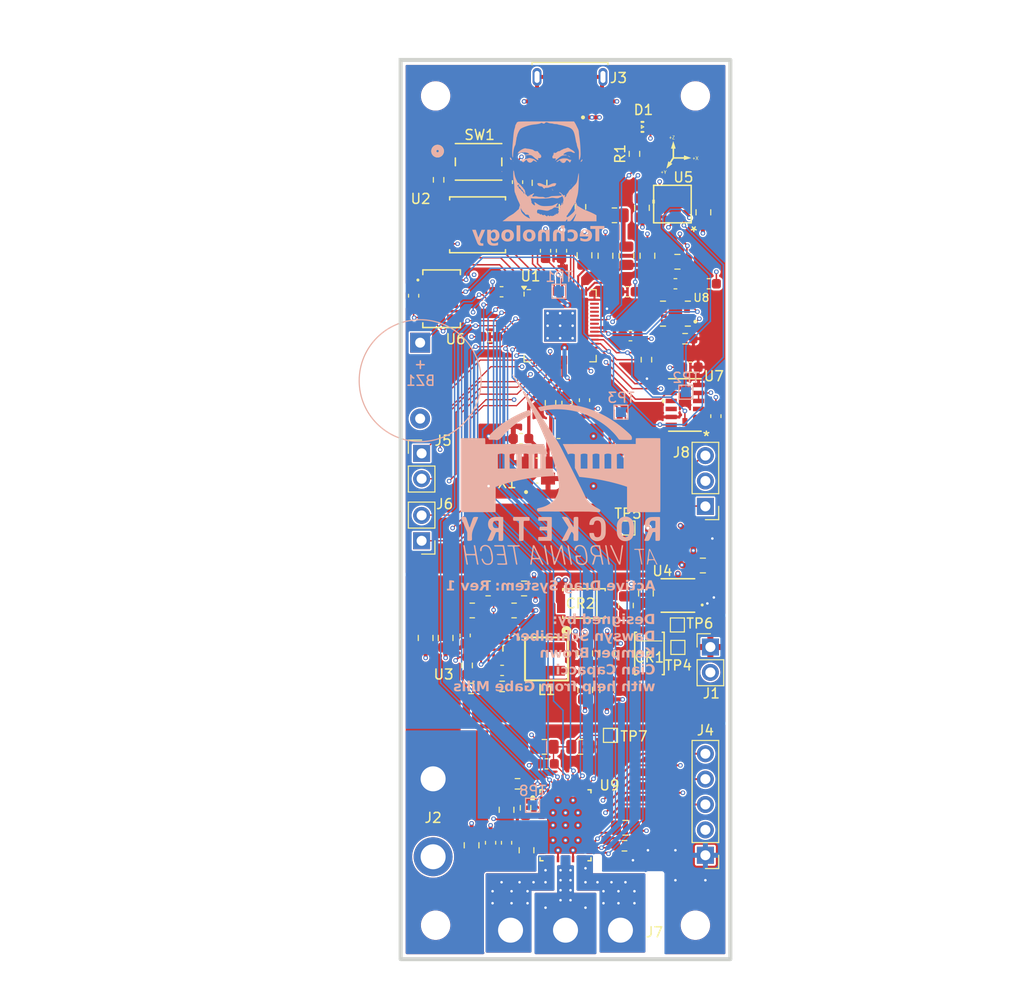
<source format=kicad_pcb>
(kicad_pcb (version 20240108) (generator "pcbnew") (generator_version "8.0")
  (layers (0 "F.Cu" signal) (1 "In1.Cu" signal) (2 "In2.Cu" signal) (31 "B.Cu" signal) (34 "B.Paste" user) (35 "F.Paste" user) (36 "B.SilkS" user "B.Silkscreen") (37 "F.SilkS" user "F.Silkscreen") (38 "B.Mask" user) (39 "F.Mask" user) (44 "Edge.Cuts" user))
  (net 0 "")
  (net 1 "GND")
  (net 2 "/MCU_RP2040/BUZZ_OUT")
  (net 3 "+1V1")
  (net 4 "Net-(U1-ADC_AVDD)")
  (net 5 "/MCU_RP2040/XIN")
  (net 6 "/VBAT")
  (net 7 "Net-(U3-VCC)")
  (net 8 "Net-(U3-SW)")
  (net 9 "Net-(U3-VBST)")
  (net 10 "Net-(U3-FB)")
  (net 11 "Net-(U4-IN)")
  (net 12 "Net-(U9-ILIM)")
  (net 13 "Net-(U9-AVDD)")
  (net 14 "Net-(U9-FB_BK)")
  (net 15 "Net-(U9-CPL)")
  (net 16 "Net-(U9-CPH)")
  (net 17 "Net-(U9-CP)")
  (net 18 "Net-(D1-Pad2)")
  (net 19 "/MCU_RP2040/SWCLK")
  (net 20 "/MCU_RP2040/SWDIO")
  (net 21 "/Motor Driver/PHASE_A")
  (net 22 "/Motor Driver/PHASE_B")
  (net 23 "/Motor Driver/PHASE_C")
  (net 24 "/Motor Driver/HALL_SENSE_A")
  (net 25 "/Motor Driver/HALL_SENSE_C")
  (net 26 "/Motor Driver/HALL_SENSE_B")
  (net 27 "/MCU_RP2040/USB_D+")
  (net 28 "/MCU_RP2040/USB_D-")
  (net 29 "/MCU_RP2040/UART0_RX")
  (net 30 "/MCU_RP2040/UART0_TX")
  (net 31 "/MCU_RP2040/I2C1_SDA")
  (net 32 "/MCU_RP2040/I2C1_SCL")
  (net 33 "/MCU_RP2040/ADC_VREF")
  (net 34 "/MCU_RP2040/I2C0_SCL")
  (net 35 "/MCU_RP2040/I2C0_SDA")
  (net 36 "/MCU_RP2040/XOUT")
  (net 37 "/MCU_RP2040/QSPI_SS")
  (net 38 "Net-(U3-EN)")
  (net 39 "Net-(U3-PG)")
  (net 40 "Net-(U4-EN)")
  (net 41 "/MCU_RP2040/nFAULT")
  (net 42 "/MCU_RP2040/FGOUT")
  (net 43 "Net-(U9-SW_BK)")
  (net 44 "/MCU_RP2040/LED_OUT")
  (net 45 "/MCU_RP2040/MOTOR_PWM")
  (net 46 "/MCU_RP2040/QSPI_SD1")
  (net 47 "/MCU_RP2040/DRVOFF")
  (net 48 "/HG1")
  (net 50 "/MCU_RP2040/CLKOUT")
  (net 52 "/MCU_RP2040/QSPI_SD2")
  (net 54 "/MCU_RP2040/QSPI_SD0")
  (net 55 "/MCU_RP2040/QSPI_SD3")
  (net 59 "/HG2")
  (net 60 "/MCU_RP2040/QSPI_SCLK")
  (net 61 "/MG")
  (net 62 "/MCU_RP2040/BRAKE")
  (net 63 "/MCU_RP2040/nSLEEP")
  (net 73 "/MCU_RP2040/SPI0_RX")
  (net 74 "/MCU_RP2040/SPI0_TX")
  (net 75 "/MCU_RP2040/SPI0_CSn0")
  (net 77 "/MCU_RP2040/SPI0_SCK")
  (net 78 "/MCU_RP2040/USB_DP")
  (net 79 "/MCU_RP2040/USB_DN")
  (net 80 "/+3V3")
  (net 81 "/+5V")
  (net 82 "/VBUS")
  (net 83 "Net-(U5-CAP)")
  (net 84 "/MAG")
  (net 93 "Net-(C11-Pad1)")
  (net 95 "Net-(R9-Pad1)")
  (net 96 "Net-(R14-Pad2)")
  (footprint "Capacitor_SMD:C_0805_2012Metric" (layer "F.Cu") (at 161.8 75.65 90)
    (property "Reference" "C29" (hide yes))
    (property "Value" "1uF")
  )
  (footprint "active-drag-system:SolderWire-2sqmm_1x03_P7.8mm_D2mm_OD3.9mm" (layer "F.Cu") (at 142.5 147.5)
    (property "Reference" "J7")
    (property "Value" "Conn_01x03_Pin")
  )
  (footprint "active-drag-system:SON8_MS5611_TEC" (layer "F.Cu") (at 135.6 84.3)
    (property "Reference" "U6")
    (property "Value" "MS560702BA03-50")
  )
  (footprint "Capacitor_SMD:C_0603_1608Metric" (layer "F.Cu") (at 163.05 96.05 90)
    (property "Reference" "C32" (hide yes))
    (property "Value" "100nF")
  )
  (footprint "Resistor_SMD:R_0603_1608Metric" (layer "F.Cu") (at 146.5 94.725 -90)
    (property "Reference" "R8" (hide yes))
    (property "Value" "1k")
  )
  (footprint "active-drag-system:SOIC_128JVSIQ_WIN" (layer "F.Cu") (at 139.2 76.9)
    (property "Reference" "U2")
    (property "Value" "W25Q128JVSIQ")
  )
  (footprint "active-drag-system:SDO_CFP5_SOD128_NEX" (layer "F.Cu") (at 149.85 114.8 180)
    (property "Reference" "CR2")
    (property "Value" "PMEG3050EP_115")
  )
  (footprint "active-drag-system:LGA_CC-14-1_ADI" (layer "F.Cu") (at 159.95 94.931502 180)
    (property "Reference" "U7")
    (property "Value" "ADXL375BCCZ")
  )
  (footprint "Capacitor_SMD:C_0805_2012Metric" (layer "F.Cu") (at 145.4 72.7 90)
    (property "Reference" "C13" (hide yes))
    (property "Value" "2.2uF")
  )
  (footprint "Resistor_SMD:R_0805_2012Metric" (layer "F.Cu") (at 140.254101 113.300126)
    (property "Reference" "R12" (hide yes))
    (property "Value" "100k")
  )
  (footprint "Capacitor_SMD:C_0603_1608Metric" (layer "F.Cu") (at 137.954101 118.000126 -90)
    (property "Reference" "C19" (hide yes))
    (property "Value" "100nF")
  )
  (footprint "Resistor_SMD:R_0603_1608Metric" (layer "F.Cu") (at 135.3 72.4 -90)
    (property "Reference" "R9" (hide yes))
    (property "Value" "1k")
  )
  (footprint "TestPoint:TestPoint_Pad_1.0x1.0mm" (layer "F.Cu") (at 152.5 128)
    (property "Reference" "TP7")
    (property "Value" "ILIM")
  )
  (footprint "Resistor_SMD:R_0603_1608Metric" (layer "F.Cu") (at 141.654101 123.100126)
    (property "Reference" "R11" (hide yes))
    (property "Value" "150k")
  )
  (footprint "Capacitor_SMD:C_0603_1608Metric" (layer "F.Cu") (at 162.325 82.8)
    (property "Reference" "C31" (hide yes))
    (property "Value" "10nF")
  )
  (footprint "TestPoint:TestPoint_Pad_1.0x1.0mm" (layer "F.Cu") (at 159.1978 116.95)
    (property "Reference" "TP6")
    (property "Value" "VSYS")
  )
  (footprint "Capacitor_SMD:C_0603_1608Metric" (layer "F.Cu") (at 142.1 138.75 90)
    (property "Reference" "C38" (hide yes))
    (property "Value" "47nF")
  )
  (footprint "Resistor_SMD:R_0603_1608Metric" (layer "F.Cu") (at 144 135.25 90)
    (property "Reference" "R20" (hide yes))
    (property "Value" "22")
  )
  (footprint "Resistor_SMD:R_0805_2012Metric" (layer "F.Cu") (at 145.8875 129.15 180)
    (property "Reference" "R18" (hide yes))
    (property "Value" "100k")
  )
  (footprint "Capacitor_SMD:C_0805_2012Metric" (layer "F.Cu") (at 152.175887 123.45 -90)
    (property "Reference" "C22" (hide yes))
    (property "Value" "22uF")
  )
  (footprint "Capacitor_SMD:C_0805_2012Metric" (layer "F.Cu") (at 149.975887 119.8 90)
    (property "Reference" "C20" (hide yes))
    (property "Value" "22uF")
  )
  (footprint "Connector_PinHeader_2.54mm:PinHeader_1x02_P2.54mm_Vertical" (layer "F.Cu") (at 133.6 99.775)
    (property "Reference" "J5")
    (property "Value" "Conn_01x02_Pin")
  )
  (footprint "Resistor_SMD:R_0603_1608Metric" (layer "F.Cu") (at 159.975 88.3 180)
    (property "Reference" "R6" (hide yes))
    (property "Value" "10k")
  )
  (footprint "Resistor_SMD:R_0603_1608Metric" (layer "F.Cu") (at 147.9 75.1 -90)
    (property "Reference" "R3" (hide yes))
    (property "Value" "27")
  )
  (footprint "Capacitor_SMD:C_0603_1608Metric" (layer "F.Cu") (at 143.55 98.3 180)
    (property "Reference" "C10" (hide yes))
    (property "Value" "15pF")
  )
  (footprint "MountingHole:MountingHole_2.7mm_M2.5" (layer "F.Cu") (at 161 147)
    (property "Reference" "H3" (hide yes))
    (property "Value" "MountingHole")
  )
  (footprint "Capacitor_SMD:C_0603_1608Metric" (layer "F.Cu") (at 142.854101 118.300126 -90)
    (property "Reference" "C16" (hide yes))
    (property "Value" "100nF")
  )
  (footprint "Connector_Wire:SolderWire-2sqmm_1x02_P7.8mm_D2mm_OD3.9mm" (layer "F.Cu") (at 134.75 132.35 -90)
    (property "Reference" "J2")
    (property "Value" "Conn_01x02_Socket")
  )
  (footprint "active-drag-system:RGF0040E-MFG" (layer "F.Cu") (at 148 137)
    (property "Reference" "U9")
    (property "Value" "MCT8316Z0RRGFR")
  )
  (footprint "Resistor_SMD:R_0805_2012Metric" (layer "F.Cu") (at 142.854101 115.500126 180)
    (property "Reference" "R13" (hide yes))
    (property "Value" "100k")
  )
  (footprint "Capacitor_SMD:C_0805_2012Metric" (layer "F.Cu") (at 155.65 75.2 -90)
    (property "Reference" "C30" (hide yes))
    (property "Value" "10uF")
  )
  (footprint "Connector_PinHeader_2.54mm:PinHeader_1x02_P2.54mm_Vertical" (layer "F.Cu") (at 133.6 108.525 180)
    (property "Reference" "J6")
    (property "Value" "Conn_01x02_Pin")
  )
  (footprint "Capacitor_SMD:C_0603_1608Metric" (layer "F.Cu") (at 159 82.8)
    (property "Reference" "C33" (hide yes))
    (property "Value" "100nF")
  )
  (footprint "Resistor_SMD:R_0603_1608Metric" (layer "F.Cu") (at 153.9 139.05 180)
    (property "Reference" "R21" (hide yes))
    (property "Value" "10k")
  )
  (footprint "Capacitor_SMD:C_0805_2012Metric" (layer "F.Cu") (at 156.0494 113.8 90)
    (property "Reference" "C26" (hide yes))
    (property "Value" "10uF")
  )
  (footprint "Resistor_SMD:R_0603_1608Metric" (layer "F.Cu") (at 143.2 132.85)
    (property "Reference" "R19" (hide yes))
    (property "Value" "10k")
  )
  (footprint "Capacitor_SMD:C_0805_2012Metric" (layer "F.Cu") (at 156.2 80 90)
    (property "Reference" "C5" (hide yes))
    (property "Value" "2.2uF")
  )
  (footprint "Capacitor_SMD:C_0603_1608Metric" (layer "F.Cu") (at 154.5 88)
    (property "Reference" "C9" (hide yes))
    (property "Value" "100nF")
  )
  (footprint "TestPoint:TestPoint_Pad_1.0x1.0mm" (layer "F.Cu") (at 159.2478 119.2)
    (property "Reference" "TP4")
    (property "Value" "5V")
  )
  (footprint "Capacitor_SMD:C_0603_1608Metric" (layer "F.Cu") (at 141.654101 121.500126)
    (property "Reference" "C24" (hide yes))
    (property "Value" "22pF")
  )
  (footprint "Capacitor_SMD:C_0603_1608Metric" (layer "F.Cu") (at 140.425 88.1 180)
    (property "Reference" "C8" (hide yes))
    (property "Value" "100nF")
  )
  (footprint "active-drag-system:SON_DFN6_3X3_STM" (layer "F.Cu") (at 159.25 114 180)
    (property "Reference" "U4")
    (property "Value" "LD39200PU33R")
  )
  (footprint "Capacitor_SMD:C_0805_2012Metric" (layer "F.Cu") (at 144.1 139.5 90)
    (property "Reference" "C39" (hide yes))
    (property "Value" "1uF")
  )
  (footprint "active-drag-system:WL-SMCW_0603" (layer "F.Cu") (at 155.7 67.1 180)
    (property "Reference" "D1")
    (property "Value" "WL-SMCW_0603")
  )
  (footprint "Resistor_SMD:R_0603_1608Metric" (layer "F.Cu") (at 156.1 90.4 90)
    (property "Reference" "R5" (hide yes))
    (property "Value" "10k")
  )
  (footprint "active-drag-system:PQFN50P250X300X97-14N" (layer "F.Cu") (at 159 85.79 180)
    (property "Reference" "U8")
    (property "Value" "IIM-42653")
  )
  (footprint "Capacitor_SMD:C_0603_1608Metric" (layer "F.Cu") (at 149.9 94.45 -90)
    (property "Reference" "C15" (hide yes))
    (property "Value" "100nF")
  )
  (footprint "Resistor_SMD:R_0603_1608Metric" (layer "F.Cu") (at 138.554101 123.300126 180)
    (property "Reference" "R14" (hide yes))
    (property "Value" "10k")
  )
  (footprint "Capacitor_SMD:C_0805_2012Metric" (layer "F.Cu") (at 149.9 79.95 90)
    (property "Reference" "C3" (hide yes))
    (property "Value" "2.2uF")
  )
  (footprint "Capacitor_SMD:C_0603_1608Metric" (layer "F.Cu") (at 146 79.5 90)
    (property "Reference" "C2" (hide yes))
    (property "Value" "100nF")
  )
  (footprint "Capacitor_SMD:C_0805_2012Metric" (layer "F.Cu") (at 149.975887 123.45 -90)
    (property "Reference" "C21" (hide yes))
    (property "Value" "22uF")
  )
  (footprint "Capacitor_SMD:C_0805_2012Metric" (layer "F.Cu") (at 154 137.25 180)
    (property "Reference" "C41" (hide yes))
    (property "Value" "1uF")
  )
  (footprint "Capacitor_SMD:C_0805_2012Metric" (layer "F.Cu") (at 134 118.25 -90)
    (property "Reference" "C18" (hide yes))
    (property "Value" "10uF")
  )
  (footprint "MountingHole:MountingHole_2.7mm_M2.5" (layer "F.Cu") (at 135 147)
    (property "Reference" "H4" (hide yes))
    (property "Value" "MountingHole")
  )
  (footprint "active-drag-system:XTAL_ABM8AIG-12.000MHZ-12-2Z-T3" (layer "F.Cu") (at 145.15 101.5 90)
    (property "Reference" "X1")
    (property "Value" "ABM8AIG-12.000MHZ-12-2Z-T3")
  )
  (footprint "Capacitor_SMD:C_0603_1608Metric" (layer "F.Cu") (at 141.6 83.6 180)
    (property "Reference" "C6" (hide yes))
    (property "Value" "100nF")
  )
  (footprint "Capacitor_SMD:C_0603_1608Metric" (layer "F.Cu") (at 160.5 91.15 180)
    (property "Reference" "C35" (hide yes))
    (property "Value" "100nF")
  )
  (footprint "active-drag-system:VQFN-HR12_RJN_TEX" (layer "F.Cu") (at 140.554101 118.600126)
    (property "Reference" "U3")
    (property "Value" "TPS51386RJNR")
  )
  (footprint "Capacitor_SMD:C_0805_2012Metric" (layer "F.Cu") (at 152 80 90)
    (property "Reference" "C4" (hide yes))
    (property "Value" "2.2uF")
  )
  (footprint "active-drag-system:SW4_PTS815_SJM_250_SMTR_LFS_CNK" (layer "F.Cu") (at 139.3 70.6)
    (property "Reference" "SW1")
    (property "Value" "PTS815 SJM 250 SMTR LFS")
  )
  (footprint "Connector_PinHeader_2.54mm:PinHeader_1x05_P2.54mm_Vertical" (layer "F.Cu") (at 162 140 180)
    (property "Reference" "J4")
    (property "Value" "Conn_01x05_Pin")
  )
  (footprint "active-drag-system:QFN-56-1EP_7x7mm_P0.4mm_EP3.2x3.2mm_ThermalVias" (layer "F.Cu") (at 147.4625 87)
    (property "Reference" "U1")
    (property "Value" "RP2040")
  )
  (footprint "Capacitor_SMD:C_0805_2012Metric" (layer "F.Cu") (at 152.175887 119.75 90)
    (property "Reference" "C23" (hide yes))
    (property "Value" "22uF")
  )
  (footprint "active-drag-system:WE-MAIA_4020" (layer "F.Cu") (at 146.0978 120.35 -90)
    (property "Reference" "L1")
    (property "Value" "WE-MAIA_4020")
  )
  (footprint "Resistor_SMD:R_0805_2012Metric" (layer "F.Cu") (at 149.5 129.15)
    (property "Reference" "R17" (hide yes))
    (property "Value" "164k")
  )
  (footprint "Capacitor_SMD:C_0603_1608Metric" (layer "F.Cu") (at 147.6 79.5 90)
    (property "Reference" "C1" (hide yes))
    (property "Value" "100nF")
  )
  (footprint "Capacitor_SMD:C_0805_2012Metric" (layer "F.Cu") (at 136 118.25 -90)
    (property "Reference" "C17" (hide yes))
    (property "Value" "10uF")
  )
  (footprint "Connector_PinHeader_2.54mm:PinHeader_1x02_P2.54mm_Vertical" (layer "F.Cu") (at 162.5 119.16)
    (property "Reference" "J1")
    (property "Value" "Conn_01x02_Pin")
  )
  (footprint "Connector_PinHeader_2.54mm:PinHeader_1x03_P2.54mm_Vertical" (layer "F.Cu") (at 162 105.08 180)
    (property "Reference" "J8")
    (property "Value" "Conn_01x03_Pin")
  )
  (footprint "Capacitor_SMD:C_0805_2012Metric" (layer "F.Cu") (at 138.6 139 90)
    (property "Reference" "C37" (hide yes))
    (property "Value" "10uF")
  )
  (footprint "TestPoint:TestPoint_Pad_1.0x1.0mm" (layer "F.Cu") (at 154.25 107.25)
    (property "Reference" "TP5")
    (property "Value" "3V3")
  )
  (footprint "Resistor_SMD:R_0805_2012Metric" (layer "F.Cu") (at 154.0494 115 90)
    (property "Reference" "R16" (hide yes))
    (property "Value" "100k")
  )
  (footprint "active-drag-system:AMPHENOL_10118193-0001LF" (layer "F.Cu") (at 148.45 62.1 180)
    (property "Reference" "J3")
    (property "Value" "10118193-0001LF")
  )
  (footprint "Capacitor_SMD:C_0603_1608Metric" (layer "F.Cu") (at 132.8 84 -90)
    (property "Reference" "C28" (hide yes))
    (property "Value" "100nF")
  )
  (footprint "Resistor_SMD:R_0805_2012Metric" (layer "F.Cu") (at 154.1 80 -90)
    (property "Reference" "R7" (hide yes))
    (property "Value" "1")
  )
  (footprint "Capacitor_SMD:C_0805_2012Metric" (layer "F.Cu") (at 159.2 80.6)
    (property "Reference" "C34" (hide yes))
    (property "Value" "2.2uF")
  )
  (footprint "MountingHole:MountingHole_2.7mm_M2.5" (layer "F.Cu") (at 135 64)
    (property "Reference" "H1" (hide yes))
    (property "Value" "MountingHole")
  )
  (footprint "Capacitor_SMD:C_0603_1608Metric" (layer "F.Cu") (at 147.3 98.8)
    (property "Reference" "C11" (hide yes))
    (property "Value" "15pF")
  )
  (footprint "Resistor_SMD:R_0805_2012Metric" (layer "F.Cu") (at 152.9 75.95)
    (property "Reference" "R2" (hide yes))
    (property "Value" "200")
  )
  (footprint "Resistor_SMD:R_0603_1608Metric_Pad0.98x0.95mm_HandSolder" (layer "F.Cu") (at 154.9 69.8 90)
    (property "Reference" "R1")
    (property "Value" "100")
  )
  (footprint "Resistor_SMD:R_0603_1608Metric" (layer "F.Cu") (at 149.5 75.1 -90)
    (property "Reference" "R4" (hide yes))
    (property "Value" "27")
  )
  (footprint "active-drag-system:3_axis" (layer "F.Cu") (at 159.35 69.8)
    (property "Reference" "G***" (hide yes))
    (property "Value" "LOGO" (hide yes))
  )
  (footprint "Capacitor_SMD:C_0603_1608Metric" (layer "F.Cu") (at 146.1 130.85 180)
    (property "Reference" "C40" (hide yes))
    (property "Value" "100nF")
  )
  (footprint "active-drag-system:SDO_CFP5_SOD128_NEX" (layer "F.Cu") (at 156.3978 119.8 -90)
    (property "Reference" "CR1")
    (property "Value" "PMEG3050EP_115")
  )
  (footprint "Capacitor_SMD:C_0603_1608Metric" (layer "F.Cu") (at 148.15 94.7 -90)
    (property "Reference" "C14" (hide yes))
    (property "Value" "100nF")
  )
  (footprint "MountingHole:MountingHole_2.7mm_M2.5" (layer "F.Cu") (at 161 64)
    (property "Reference" "H2" (hide yes))
    (property "Value" "MountingHole")
  )
  (footprint "Capacitor_SMD:C_0805_2012Metric" (layer "F.Cu") (at 143.854101 113.300126)
    (property "Reference" "C25" (hide yes))
    (property "Value" "1uF")
  )
  (footprint "Resistor_SMD:R_0603_1608Metric" (layer "F.Cu") (at 138.154101 121.000126 90)
    (property "Reference" "R15" (hide yes))
    (property "Value" "10k")
  )
  (footprint "active-drag-system:MMC5983MA_MEM" (layer "F.Cu") (at 158.7 74.825001 180)
    (property "Reference" "U5")
    (property "Value" "MMC5983MA")
  )
  (footprint "Capacitor_SMD:C_0805_2012Metric" (layer "F.Cu") (at 161.7478 111 180)
    (property "Reference" "C27" (hide yes))
    (property "Value" "10uF")
  )
  (footprint "Capacitor_SMD:C_0603_1608Metric" (layer "F.Cu") (at 143.2 72.625 90)
    (property "Reference" "C12" (hide yes))
    (property "Value" "100nF")
  )
  (footprint "Capacitor_SMD:C_0603_1608Metric" (layer "F.Cu") (at 154.2 83.6)
    (property "Reference" "C7" (hide yes))
    (property "Value" "100nF")
  )
  (footprint "Capacitor_SMD:C_0805_2012Metric" (layer "F.Cu") (at 142.1 135.45 -90)
    (property "Reference" "C42" (hide yes))
    (property "Value" "22uF")
  )
  (footprint "Capacitor_SMD:C_0603_1608Metric" (layer "F.Cu") (at 140.5 138.75 90)
    (property "Reference" "C36" (hide yes))
    (property "Value" "100nF")
  )
  (footprint "Resistor_SMD:R_0805_2012Metric" (layer "F.Cu") (at 138.666601 115.500126)
    (property "Reference" "R10" (hide yes))
    (property "Value" "100k")
  )
  (footprint "TestPoint:TestPoint_Pad_1.0x1.0mm" (layer "B.Cu") (at 153.55 95.65 180)
    (property "Reference" "TP3")
    (property "Value" "SDA0")
  )
  (footprint "active-drag-system:rocketry_logo" (layer "B.Cu") (at 147.5 101.4 180)
    (property "Reference" "G***" (hide yes))
    (property "Value" "LOGO" (hide yes))
  )
  (footprint "TestPoint:TestPoint_Pad_1.0x1.0mm" (layer "B.Cu") (at 160.05 93.65 180)
    (property "Reference" "TP2")
    (property "Value" "SCL0")
  )
  (footprint "TestPoint:TestPoint_Pad_1.0x1.0mm" (layer "B.Cu") (at 147.35 83.55 180)
    (property "Reference" "TP1")
    (property "Value" "VCORE")
  )
  (footprint "active-drag-system:cringe_cam" (layer "B.Cu") (at 146.1 71.55 180)
    (property "Reference" "G***" (hide yes))
    (property "Value" "LOGO" (hide yes))
  )
  (footprint "TestPoint:TestPoint_Pad_1.0x1.0mm" (layer "B.Cu") (at 144.7 135 180)
    (property "Reference" "TP8")
    (property "Value" "PWM")
  )
  (footprint "Buzzer_Beeper:Buzzer_12x9.5RM7.6" (layer "B.Cu") (at 133.45 88.7 -90)
    (property "Reference" "BZ1")
    (property "Value" "Buzzer")
  )
  (gr_rect (start 131.5 60.4) (end 164.5 150.4) (stroke (width 0.4)) (fill none) (layer "Edge.Cuts"))
  (gr_text "Active Drag System: Rev 1\n\nDesigned by:\nDawsyn Schraiber\nKemper Brown\nCian Capacci\nwith help from Gabe Mills" (at 157 123.75 0) (layer "B.SilkS") (effects (font (size 1 1) (thickness 0.25) (bold yes)) (justify left bottom mirror)))
  (gr_text "Technology" (at 151.9 78.8 0) (layer "B.SilkS") (effects (font (size 1.5 1.5) (thickness 0.2) (bold yes)) (justify left bottom mirror)))
  (segment (start 159.25 114) (end 159.25 111.8022) (width 0.55) (layer "F.Cu") (net 1))
  (segment (start 132.8 86.15) (end 132.85 86.2) (width 0.15) (layer "F.Cu") (net 1))
  (segment (start 149.949688 125.543699) (end 149.949688 124.500126) (width 0.4) (layer "F.Cu") (net 1))
  (segment (start 156.724999 75.075001) (end 155.65 76.15) (width 0.2) (layer "F.Cu") (net 1))
  (segment (start 135.45 99.4) (end 135.45 96.19079) (width 0.127) (layer "F.Cu") (net 1))
  (segment (start 152 79.05) (end 152 77.6) (width 0.2) (layer "F.Cu") (net 1))
  (segment (start 146.4625 89.5625) (end 146.4625 90.4375) (width 0.127) (layer "F.Cu") (net 1))
  (segment (start 156.2 79.05) (end 156.2 77.8) (width 0.2) (layer "F.Cu") (net 1))
  (segment (start 160.7978 109.75) (end 160.7978 108.2978) (width 0.55) (layer "F.Cu") (net 1))
  (segment (start 142.1 136.4) (end 140.85 136.4) (width 0.2) (layer "F.Cu") (net 1))
  (segment (start 145.3 71.85) (end 145.4 71.75) (width 0.15) (layer "F.Cu") (net 1))
  (segment (start 149.9 79) (end 149.9 77.6) (width 0.2) (layer "F.Cu") (net 1))
  (segment (start 158.8 84.2) (end 158.8 83.775) (width 0.15) (layer "F.Cu") (net 1))
  (segment (start 138.05 96.39079) (end 138.05 105.9) (width 0.127) (layer "F.Cu") (net 1))
  (segment (start 160.15 80.6) (end 160.15 79.05) (width 0.15) (layer "F.Cu") (net 1))
  (segment (start 152.175887 118.8) (end 152.175887 117.556175) (width 0.4) (layer "F.Cu") (net 1))
  (segment (start 140.7 82.6) (end 140.7 83.475) (width 0.15) (layer "F.Cu") (net 1))
  (segment (start 143.2 70.5) (end 143.2 71.85) (width 0.15) (layer "F.Cu") (net 1))
  (segment (start 146.026999 139.75) (end 148 137.776999) (width 0.2) (layer "F.Cu") (net 1))
  (segment (start 136.7 86.6) (end 135.75 87.55) (width 0.15) (layer "F.Cu") (net 1))
  (segment (start 150.4 137.25) (end 148.25 137.25) (width 0.2) (layer "F.Cu") (net 1))
  (segment (start 156.5 68.25) (end 156.5 67.1) (width 0.2) (layer "F.Cu") (net 1))
  (segment (start 138.279227 119.100252) (end 140.0478 119.100252) (width 0.4) (layer "F.Cu") (net 1))
  (segment (start 145.6 134.749999) (end 145.905996 134.749999) (width 0.2) (layer "F.Cu") (net 1))
  (segment (start 159 84.4) (end 159 84.88) (width 0.15) (layer "F.Cu") (net 1))
  (segment (start 163.05 95.275) (end 163.05 94.15) (width 0.15) (layer "F.Cu") (net 1))
  (segment (start 148.25 137.25) (end 148 137) (width 0.127) (layer "F.Cu") (net 1))
  (segment (start 147.25 62.1) (end 147.25 62.55) (width 0.15) (layer "F.Cu") (net 1))
  (segment (start 136.7 86.175) (end 136.7 86.6) (width 0.15) (layer "F.Cu") (net 1))
  (segment (start 137.479227 119.25) (end 136.05 119.25) (width 0.4) (layer "F.Cu") (net 1))
  (segment (start 154.5978 112.85) (end 156.0494 112.85) (width 0.4) (layer "F.Cu") (net 1))
  (segment (start 163.1 82.8) (end 163.1 81.6) (width 0.15) (layer "F.Cu") (net 1))
  (segment (start 153.15 64.55) (end 151.65 64.55) (width 0.4) (layer "F.Cu") (net 1))
  (segment (start 144.8478 113.256427) (end 144.804101 113.300126) (width 0.4) (layer "F.Cu") (net 1))
  (segment (start 160.15 79.05) (end 160.2 79) (width 0.15) (layer "F.Cu") (net 1))
  (segment (start 140.04079 94.4) (end 138.05 96.39079) (width 0.127) (layer "F.Cu") (net 1))
  (segment (start 148.750001 140.400001) (end 148.750001 139.500001) (width 0.2) (layer "F.Cu") (net 1))
  (segment (start 146 78.725) (end 146 77.3) (width 0.2) (layer "F.Cu") (net 1))
  (segment (start 152.143387 125.65) (end 152.143387 124.506427) (width 0.4) (layer "F.Cu") (net 1))
  (segment (start 160.7978 108.2978) (end 159.5 107) (width 0.55) (layer "F.Cu") (net 1))
  (segment (start 147.249999 140.400001) (end 147.249999 139.500001) (width 0.2) (layer "F.Cu") (net 1))
  (segment (start 140.804164 115.45) (end 140.804164 117.200126) (width 0.15) (layer "F.Cu") (net 1))
  (segment (start 141.550001 71.674999) (end 143.024999 71.674999) (width 0.15) (layer "F.Cu") (net 1))
  (segment (start 161.16 86.54) (end 160.16 86.54) (width 0.15) (layer "F.Cu") (net 1))
  (segment (start 134.5 86.175) (end 134.5 86.3) (width 0.15) (layer "F.Cu") (net 1))
  (segment (start 160.6978 113.049999) (end 160.6978 111.1) (width 0.55) (layer "F.Cu") (net 1))
  (segment (start 161.320901 96.131502) (end 161.668498 96.131502) (width 0.127) (layer "F.Cu") (net 1))
  (segment (start 162.518498 93.731502) (end 162.55 93.7) (width 0.15) (layer "F.Cu") (net 1))
  (segment (start 140.7 83.475) (end 140.825 83.6) (width 0.15) (layer "F.Cu") (net 1))
  (segment (start 159.25 111.8022) (end 159.2478 111.8) (width 0.55) (layer "F.Cu") (net 1))
  (segment (start 136.35 102.55) (end 137.05 101.85) (width 0.127) (layer "F.Cu") (net 1))
  (segment (start 145 113.496025) (end 144.804101 113.300126) (width 0.4) (layer "F.Cu") (net 1))
  (segment (start 134.5 86.3) (end 135.75 87.55) (width 0.15) (layer "F.Cu") (net 1))
  (segment (start 159.5 131) (end 155.25 131) (width 0.2) (layer "F.Cu") (net 1))
  (segment (start 143.85 64.55) (end 145.25 64.55) (width 0.4) (layer "F.Cu") (net 1))
  (segment (start 153.51946 118.8) (end 152.175887 118.8) (width 0.4) (layer "F.Cu") (net 1))
  (segment (start 152.169586 124.406301) (end 152.175887 124.4) (width 0.4) (layer "F.Cu") (net 1))
  (segment (start 161.668498 96.131502) (end 162.525 95.275) (width 0.127) (layer "F.Cu") (net 1))
  (segment (start 149.975887 117.656175) (end 149.969586 117.649874) (width 0.4) (layer "F.Cu") (net 1))
  (segment (start 143.2 71.85) (end 145.3 71.85) (width 0.15) (layer "F.Cu") (net 1))
  (segment (start 132.95 84.925) (end 132.8 84.775) (width 0.15) (layer "F.Cu") (net 1))
  (segment (start 159.45 77.8) (end 159.45 78.25) (width 0.2) (layer "F.Cu") (net 1))
  (segment (start 157.425001 72.575001) (end 157.425001 74.075) (width 0.2) (layer "F.Cu") (net 1))
  (segment (start 138.154101 120.175126) (end 137.324874 120.175126) (width 0.2) (layer "F.Cu") (net 1))
  (segment (start 137.05 101.85) (end 137.05 95.65) (width 0.127) (layer "F.Cu") (net 1))
  (segment (start 135.45 96.19079) (end 140.54079 91.1) (width 0.127) (layer "F.Cu") (net 1))
  (segment (start 148.750001 139.500001) (end 148.75 139.5) (width 0.127) (layer "F.Cu") (net 1))
  (segment (start 137.324874 120.175126) (end 137 120.5) (width 0.2) (layer "F.Cu") (net 1))
  (segment (start 136.05 119.25) (end 136 119.2) (width 0.4) (layer "F.Cu") (net 1))
  (segment (start 147.15 64.775) (end 145.475 64.775) (width 0.4) (layer "F.Cu") (net 1))
  (segment (start 158.5 84.88) (end 158.5 84.5) (width 0.15) (layer "F.Cu") (net 1))
  (segment (start 151.25 95.3) (end 149.975 95.3) (width 0.2) (layer "F.Cu") (net 1))
  (segment (start 145.15 64.45) (end 145.25 64.55) (width 0.4) (layer "F.Cu") (net 1))
  (segment (start 142.85 94.4) (end 140.04079 94.4) (width 0.127) (layer "F.Cu") (net 1))
  (segment (start 140.804164 115.45) (end 140.804164 113.662563) (width 0.15) (layer "F.Cu") (net 1))
  (segment (start 154.975 82.625) (end 154.975 83.6) (width 0.2) (layer "F.Cu") (net 1))
  (segment (start 140.804164 113.662563) (end 141.166601 113.300126) (width 0.15) (layer "F.Cu") (net 1))
  (segment (start 137.954101 118.775126) (end 137.479227 119.25) (width 0.4) (layer "F.Cu") (net 1))
  (segment (start 160.7978 111) (end 159.6978 111) (width 0.55) (layer "F.Cu") (net 1))
  (segment (start 155.275 88.3) (end 156.6 88.3) (width 0.15) (layer "F.Cu") (net 1))
  (segment (start 154 133.75) (end 152 135.75) (width 0.2) (layer "F.Cu") (net 1))
  (segment (start 136 119.2) (end 136 120.25) (width 0.4) (layer "F.Cu") (net 1))
  (segment (start 145.6 135.75) (end 146.75 135.75) (width 0.2) (layer "F.Cu") (net 1))
  (segment (start 161.4 86.3) (end 161.16 86.54) (width 0.15) (layer "F.Cu") (net 1))
  (segment (start 132.875 86.175) (end 132.85 86.2) (width 0.15) (layer "F.Cu") (net 1))
  (segment (start 155.7 76.2) (end 155.65 76.15) (width 0.2) (layer "F.Cu") (net 1))
  (segment (start 143.6 70.1) (end 143.2 70.5) (width 0.15) (layer "F.Cu") (net 1))
  (segment (start 159.6978 111) (end 159.6478 110.95) (width 0.55) (layer "F.Cu") (net 1))
  (segment (start 158.5 84.5) (end 158.8 84.2) (width 0.15) (layer "F.Cu") (net 1))
  (segment (start 159.6478 110.95) (end 159.6478 110.8978) (width 0.55) (layer "F.Cu") (net 1))
  (segment (start 159.75 133.75) (end 154 133.75) (width 0.2) (layer "F.Cu") (net 1))
  (segment (start 135.6551 78.805) (end 137.195 78.805) (width 0.15) (layer "F.Cu") (net 1))
  (segment (start 159.775 80.975) (end 160.15 80.6) (width 0.15) (layer "F.Cu") (net 1))
  (segment (start 162.993499 95.331501) (end 163.05 95.275) (width 0.15) (layer "F.Cu") (net 1))
  (segment (start 149.65 62.1) (end 147.25 62.1) (width 0.4) (layer "F.Cu") (net 1))
  (segment (start 155.25 131) (end 151.75 134.5) (width 0.2) (layer "F.Cu") (net 1))
  (segment (start 143.024999 71.674999) (end 143.2 71.85) (width 0.15) (layer "F.Cu") (net 1))
  (segment (start 158.5 91.15) (end 158.45 91.2) (width 0.15) (layer "F.Cu") (net 1))
  (segment (start 152.175887 117.556175) (end 152.169586 117.549874) (width 0.4) (layer "F.Cu") (net 1))
  (segment (start 149.6478 118.85) (end 149.975887 118.85) (width 0.4) (layer "F.Cu") (net 1))
  (segment (start 145.905996 134.749999) (end 148 136.844003) (width 0.2) (layer "F.Cu") (net 1))
  (segment (start 145.6 139.75) (end 146.026999 139.75) (width 0.2) (layer "F.Cu") (net 1))
  (segment (start 160.6978 111.1) (end 160.7978 111) (width 0.55) (layer "F.Cu") (net 1))
  (segment (start 157.425001 75.075001) (end 156.724999 75.075001) (width 0.2) (layer "F.Cu") (net 1))
  (segment (start 153.71946 124.4) (end 152.175887 124.4) (width 0.4) (layer "F.Cu") (net 1))
  (segment (start 137.954101 118.775126) (end 137.954101 119.975126) (width 0.4) (layer "F.Cu") (net 1))
  (segment (start 148.15 95.475) (end 149.65 95.475) (width 0.2) (layer "F.Cu") (net 1))
  (segment (start 144.5 130.85) (end 145.325 130.85) (width 0.127) (layer "F.Cu") (net 1))
  (segment (start 132.8 84.775) (end 132.8 86.15) (width 0.15) (layer "F.Cu") (net 1))
  (segment (start 160.7978 111) (end 160.7978 109.75) (width 0.55) (layer "F.Cu") (net 1))
  (segment (start 144.975 128.325) (end 144.975 129.15) (width 0.127) (layer "F.Cu") (net 1))
  (segment (start 149.65 95.475) (end 149.9 95.225) (width 0.2) (layer "F.Cu") (net 1))
  (segment (start 148 136.844003) (end 148 137) (width 0.127) (layer "F.Cu") (net 1))
  (segment (start 157.55 93.3) (end 154.7 93.3) (width 0.15) (layer "F.Cu") (net 1))
  (segment (start 139.55 93.15) (end 143.2 93.15) (width 0.127) (layer "F.Cu") (net 1))
  (segment (start 144.8478 111.9) (end 144.8478 113.256427) (width 0.4) (layer "F.Cu") (net 1))
  (segment (start 147.6 78.725) (end 147.6 77.4) (width 0.2) (layer "F.Cu") (net 1))
  (segment (start 161.8 76.6) (end 161.75 76.65) (width 0.4) (layer "F.Cu") (net 1))
  (segment (start 158.8 84.2) (end 159 84.4) (width 0.15) (layer "F.Cu") (net 1))
  (segment (start 137.05 95.65) (end 139.55 93.15) (width 0.127) (layer "F.Cu") (net 1))
  (segment (start 147.249999 139.500001) (end 147.25 139.5) (width 0.127) (layer "F.Cu") (net 1))
  (segment (start 148.9978 117.6) (end 148.9978 118.2) (width 0.4) (layer "F.Cu") (net 1))
  (segment (start 161.320901 93.731502) (end 162.518498 93.731502) (width 0.15) (layer "F.Cu") (net 1))
  (segment (start 159.45 78.25) (end 160.2 79) (width 0.2) (layer "F.Cu") (net 1))
  (segment (start 149.975 95.3) (end 149.9 95.225) (width 0.2) (layer "F.Cu") (net 1))
  (segment (start 138.05 105.9) (end 136.7 107.25) (width 0.127) (layer "F.Cu") (net 1))
  (segment (start 155.25 137.55) (end 154.95 137.25) (width 0.2) (layer "F.Cu") (net 1))
  (segment (start 145.475 64.775) (end 145.25 64.55) (width 0.15) (layer "F.Cu") (net 1))
  (segment (start 151.75 62.1) (end 149.65 62.1) (width 0.4) (layer "F.Cu") (net 1))
  (segment (start 159.6478 110.8978) (end 156.25 107.5) (width 0.55) (layer "F.Cu") (net 1))
  (segment (start 145 114.5) (end 145 113.496025) (width 0.4) (layer "F.Cu") (net 1))
  (segment (start 141.550001 71.674999) (end 137.049999 71.674999) (width 0.15) (layer "F.Cu") (net 1))
  (segment (start 160.7978 109.75) (end 160.7978 109.5) (width 0.55) (layer "F.Cu") (net 1))
  (segment (start 137.954101 118.775126) (end 138.279227 119.100252) (width 0.4) (layer "F.Cu") (net 1))
  (segment (start 148.9978 118.2) (end 149.6478 118.85) (width 0.4) (layer "F.Cu") (net 1))
  (segment (start 146.75 135.75) (end 148 137) (width 0.127) (layer "F.Cu") (net 1))
  (segment (start 160.200001 113.049999) (end 159.25 114) (width 0.55) (layer "F.Cu") (net 1))
  (segment (start 154.7 93.3) (end 152.05 90.65) (width 0.15) (layer "F.Cu") (net 1))
  (segment (start 158.8 83.775) (end 159.775 82.8) (width 0.15) (layer "F.Cu") (net 1))
  (segment (start 159.775 82.8) (end 159.775 80.975) (width 0.15) (layer "F.Cu") (net 1))
  (segment (start 156.25 107.5) (end 156.25 107.25) (width 0.55) (layer "F.Cu") (net 1))
  (segment (start 140.54079 91.1) (end 143.65 91.1) (width 0.127) (layer "F.Cu") (net 1))
  (segment (start 136 119.2) (end 134 119.2) (width 0.4) (layer "F.Cu") (net 1))
  (segment (start 161.75 76.65) (end 161.75 77.75) (width 0.4) (layer "F.Cu") (net 1))
  (segment (start 161.320901 93.731502) (end 161.320901 94.531503) (width 0.15) (layer "F.Cu") (net 1))
  (segment (start 160.6978 113.049999) (end 160.200001 113.049999) (width 0.55) (layer "F.Cu") (net 1))
  (segment (start 134 119.2) (end 134 120.25) (width 0.4) (layer "F.Cu") (net 1))
  (segment (start 149.975887 118.85) (end 149.975887 117.656175) (width 0.4) (layer "F.Cu") (net 1))
  (segment (start 138.6 138.05) (end 138.6 136.8) (width 0.4) (layer "F.Cu") (net 1))
  (segment (start 148 137.776999) (end 148 137) (width 0.127) (layer "F.Cu") (net 1))
  (segment (start 139.65 88.1) (end 138.6 88.1) (width 0.15) (layer "F.Cu") (net 1))
  (segment (start 147.25 62.1) (end 145.15 62.1) (width 0.4) (layer "F.Cu") (net 1))
  (segment (start 162.525 95.275) (end 163.05 95.275) (width 0.127) (layer "F.Cu") (net 1))
  (segment (start 137.954101 119.975126) (end 138.154101 120.175126) (width 0.2) (layer "F.Cu") (net 1))
  (segment (start 151.65 62.2) (end 151.75 62.1) (width 0.4) (layer "F.Cu") (net 1))
  (segment (start 145.15 62.1) (end 145.15 64.45) (width 0.4) (layer "F.Cu") (net 1))
  (segment (start 140.85 136.4) (end 140.8 136.35) (width 0.127) (layer "F.Cu") (net 1))
  (segment (start 144.6 127.95) (end 144.975 128.325) (width 0.127) (layer "F.Cu") (net 1))
  (segment (start 134.5 84.925) (end 132.95 84.925) (width 0.15) (layer "F.Cu") (net 1))
  (segment (start 159.725 91.15) (end 158.5 91.15) (width 0.15) (layer "F.Cu") (net 1))
  (segment (start 134.5 86.175) (end 132.875 86.175) (width 0.15) (layer "F.Cu") (net 1))
  (segment (start 151.65 64.55) (end 151.65 62.2) (width 0.4) (layer "F.Cu") (net 1))
  (segment (start 143.2 93.15) (end 144.5 91.85) (width 0.127) (layer "F.Cu") (net 1))
  (segment (start 156.1 137.55) (end 155.25 137.55) (width 0.2) (layer "F.Cu") (net 1))
  (segment (start 140.5 137) (end 140.5 137.975) (width 0.4) (layer "F.Cu") (net 1))
  (segment (start 144.353651 130.996349) (end 144.5 130.85) (width 0.127) (layer "F.Cu") (net 1))
  (segment (start 155.7 77.15) (end 155.7 76.2) (width 0.4) (layer "F.Cu") (net 1))
  (via (at 161.75 77.75) (size 0.4572) (drill 0.254) (layers "F.Cu" "B.Cu") (net 1))
  (via (at 156.25 107.25) (size 0.4572) (drill 0.254) (layers "F.Cu" "B.Cu") (net 1))
  (via (at 146 77.3) (size 0.4572) (drill 0.254) (layers "F.Cu" "B.Cu") (net 1))
  (via (at 140.8 136.35) (size 0.4572) (drill 0.254) (layers "F.Cu" "B.Cu") (net 1))
  (via (at 146.4625 89.5625) (size 0.4572) (drill 0.254) (layers "F.Cu" "B.Cu") (net 1))
  (via (at 159.75 133.75) (size 0.4572) (drill 0.254) (layers "F.Cu" "B.Cu") (net 1))
  (via (at 160.2 79) (size 0.4572) (drill 0.254) (layers "F.Cu" "B.Cu") (net 1))
  (via (at 156.1 137.55) (size 0.4572) (drill 0.254) (layers "F.Cu" "B.Cu") (net 1))
  (via (at 137 120.5) (size 0.4572) (drill 0.254) (layers "F.Cu" "B.Cu") (net 1))
  (via (at 137.2 78.8) (size 0.4572) (drill 0.254) (layers "F.Cu" "B.Cu") (net 1))
  (via (at 154.975 82.625) (size 0.4572) (drill 0.254) (layers "F.Cu" "B.Cu") (net 1))
  (via (at 159.2478 111.8) (size 0.4572) (drill 0.254) (layers "F.Cu" "B.Cu") (net 1))
  (via (at 163.05 94.15) (size 0.4572) (drill 0.254) (layers "F.Cu" "B.Cu") (net 1))
  (via (at 135.75 87.55) (size 0.4572) (drill 0.254) (layers "F.Cu" "B.Cu") (net 1))
  (via (at 138.75 85.65) (size 0.4572) (drill 0.254) (layers "F.Cu" "B.Cu") (net 1))
  (via (at 153.15 64.55) (size 0.4572) (drill 0.254) (layers "F.Cu" "B.Cu") (net 1))
  (via (at 155.7 77.15) (size 0.4572) (drill 0.254) (layers "F.Cu" "B.Cu") (net 1))
  (via (at 136.35 102.55) (size 0.4572) (drill 0.254) (layers "F.Cu" "B.Cu") (net 1))
  (via (at 148.9978 117.6) (size 0.4572) (drill 0.254) (layers "F.Cu" "B.Cu") (net 1))
  (via (at 152.169586 117.549874) (size 0.4572) (drill 0.254) (layers "F.Cu" "B.Cu") (net 1))
  (via (at 138.6 88.1) (size 0.4572) (drill 0.254) (layers "F.Cu" "B.Cu") (net 1))
  (via (at 140.3 103.05) (size 0.4572) (drill 0.254) (layers "F.Cu" "B.Cu") (net 1))
  (via (at 140.3 98.05) (size 0.4572) (drill 0.254) (layers "F.Cu" "B.Cu") (net 1))
  (via (at 159.5 107) (size 0.4572) (drill 0.254) (layers "F.Cu" "B.Cu") (net 1))
  (via (at 143.85 64.55) (size 0.4572) (drill 0.254) (layers "F.Cu" "B.Cu") (net 1))
  (via (at 140.5 137) (size 0.4572) (drill 0.254) (layers "F.Cu" "B.Cu") (net 1))
  (via (at 143.65 91.1) (size 0.4572) (drill 0.254) (layers "F.Cu" "B.Cu") (net 1))
  (via (at 151.25 95.3) (size 0.4572) (drill 0.254) (layers "F.Cu" "B.Cu") (net 1))
  (via (at 144.6 127.95) (size 0.4572) (drill 0.254) (layers "F.Cu" "B.Cu") (net 1))
  (via (at 155.25 71.95) (size 0.4572) (drill 0.254) (layers "F.Cu" "B.Cu") (net 1))
  (via (at 152 77.6) (size 0.4572) (drill 0.254) (layers "F.Cu" "B.Cu") (net 1))
  (via (at 150.8 103.05) (size 0.4572) (drill 0.254) (layers "F.Cu" "B.Cu") (net 1))
  (via (at 151.75 134.5) (size 0.4572) (drill 0.254) (layers "F.Cu" "B.Cu") (net 1))
  (via (at 152 135.75) (size 0.4572) (drill 0.254) (layers "F.Cu" "B.Cu") (net 1))
  (via (at 160.7978 109.5) (size 0.4572) (drill 0.254) (layers "F.Cu" "B.Cu") (net 1))
  (via (at 161.4 86.3) (size 0.4572) (drill 0.254) (layers "F.Cu" "B.Cu") (net 1))
  (via (at 150.8 98.05) (size 0.4572) (drill 0.254) (layers "F.Cu" "B.Cu") (net 1))
  (via (at 149.969586 117.649874) (size 0.4572) (drill 0.254) (layers "F.Cu" "B.Cu") (net 1))
  (via (at 153.51946 118.8) (size 0.4572) (drill 0.254) (layers "F.Cu" "B.Cu") (net 1))
  (via (at 138.6 136.8) (size 0.4572) (drill 0.254) (layers "F.Cu" "B.Cu") (net 1))
  (via (at 135.45 99.4) (size 0.4572) (drill 0.254) (layers "F.Cu" "B.Cu") (net 1))
  (via (at 158.45 91.2) (size 0.4572) (drill 0.254) (layers "F.Cu" "B.Cu") (net 1))
  (via (at 149.9 77.6) (size 0.4572) (drill 0.254) (layers "F.Cu" "B.Cu") (net 1))
  (via (at 156.2 77.8) (size 0.4572) (drill 0.254) (layers "F.Cu" "B.Cu") (net 1))
  (via (at 159.45 77.8) (size 0.4572) (drill 0.254) (layers "F.Cu" "B.Cu") (net 1))
  (via (at 149.949688 125.543699) (size 0.4572) (drill 0.254) (layers "F.Cu" "B.Cu") (net 1))
  (via (at 157.425001 72.575001) (size 0.4572) (drill 0.254) (layers "F.Cu" "B.Cu") (net 1))
  (via (at 136.7 107.25) (size 0.4572) (drill 0.254) (layers "F.Cu" "B.Cu") (net 1))
  (via (at 156.5 68.25) (size 0.4572) (drill 0.254) (layers "F.Cu" "B.Cu") (net 1))
  (via (at 154.5978 112.85) (size 0.4572) (drill 0.254) (layers "F.Cu" "B.Cu") (net 1))
  (via (at 134 120.25) (size 0.4572) (drill 0.254) (layers "F.Cu" "B.Cu") (net 1))
  (via (at 138.85 81.9) (size 0.4572) (drill 0.254) (layers "F.Cu" "B.Cu") (net 1))
  (via (at 163.1 81.6) (size 0.4572) (drill 0.254) (layers "F.Cu" "B.Cu") (net 1))
  (via (at 157.55 93.3) (size 0.4572) (drill 0.254) (layers "F.Cu" "B.Cu") (net 1))
  (via (at 153.71946 124.4) (size 0.4572) (drill 0.254) (layers "F.Cu" "B.Cu") (net 1))
  (via (at 156.6 88.3) (size 0.4572) (drill 0.254) (layers "F.Cu" "B.Cu") (net 1))
  (via (at 143.6 70.1) (size 0.4572) (drill 0.254) (layers "F.Cu" "B.Cu") (net 1))
  (via (at 159.6478 110.95) (size 0.4572) (drill 0.254) (layers "F.Cu" "B.Cu") (net 1))
  (via (at 140.7 82.6) (size 0.4572) (drill 0.254) (layers "F.Cu" "B.Cu") (net 1))
  (via (at 142.85 94.4) (size 0.4572) (drill 0.254) (layers "F.Cu" "B.Cu") (net 1))
  (via (at 144.353651 130.996349) (size 0.4572) (drill 0.254) (layers "F.Cu" "B.Cu") (net 1))
  (via (at 145 114.5) (size 0.4572) (drill 0.254) (layers "F.Cu" "B.Cu") (net 1))
  (via (at 144.8478 111.9) (size 0.4572) (drill 0.254) (layers "F.Cu" "B.Cu") (net 1))
  (via (at 152.143387 125.65) (size 0.4572) (drill 0.254) (layers "F.Cu" "B.Cu") (net 1))
  (via (at 136 120.25) (size 0.4572) (drill 0.254) (layers "F.Cu" "B.Cu") (net 1))
  (via (at 159.5 131) (size 0.4572) (drill 0.254) (layers "F.Cu" "B.Cu") (net 1))
  (via (at 147.6 77.4) (size 0.4572) (drill 0.254) (layers "F.Cu" "B.Cu") (net 1))
  (via (at 140.804164 115.45) (size 0.4572) (drill 0.254) (layers "F.Cu" "B.Cu") (net 1))
  (via (at 152.05 90.65) (size 0.4572) (drill 0.254) (layers "F.Cu" "B.Cu") (net 1))
  (via (at 152.713094 86.613094) (size 0.4572) (drill 0.254) (layers "F.Cu" "B.Cu") (net 1))
  (via (at 132.85 86.2) (size 0.4572) (drill 0.254) (layers "F.Cu" "B.Cu") (net 1))
  (via (at 144.5 91.85) (size 0.4572) (drill 0.254) (layers "F.Cu" "B.Cu") (net 1))
  (via (at 162.55 93.7) (size 0.4572) (drill 0.254) (layers "F.Cu" "B.Cu") (net 1))
  (segment (start 155.25 71.95) (end 155 72.2) (width 0.15) (layer "B.Cu") (net 1))
  (segment (start 155 72.2) (end 155 84.3) (width 0.15) (layer "B.Cu") (net 1))
  (segment (start 138.75 85.25) (end 140.7 83.3) (width 0.15) (layer "B.Cu") (net 1))
  (segment (start 152.713094 86.586906) (end 152.713094 86.613094) (width 0.15) (layer "B.Cu") (net 1))
  (segment (start 155 84.3) (end 152.713094 86.586906) (width 0.15) (layer "B.Cu") (net 1))
  (segment (start 138.75 85.65) (end 138.75 85.25) (width 0.15) (layer "B.Cu") (net 1))
  (segment (start 140.7 83.3) (end 140.7 82.6) (width 0.15) (layer "B.Cu") (net 1))
  (segment (start 143.5875 84.8) (end 143.2875 84.5) (width 0.127) (layer "F.Cu") (net 2))
  (segment (start 140.3 84.5) (end 139.7 83.9) (width 0.127) (layer "F.Cu") (net 2))
  (segment (start 144.025 84.8) (end 143.5875 84.8) (width 0.127) (layer "F.Cu") (net 2))
  (segment (start 143.2875 84.5) (end 140.3 84.5) (width 0.127) (layer "F.Cu") (net 2))
  (segment (start 139.7 83.9) (end 139.35 83.9) (width 0.127) (layer "F.Cu") (net 2))
  (via (at 139.35 83.9) (size 0.4572) (drill 0.254) (layers "F.Cu" "B.Cu") (net 2))
  (segment (start 138.65 84.6) (end 137.8 84.6) (width 0.15) (layer "B.Cu") (net 2))
  (segment (start 139.35 83.9) (end 138.65 84.6) (width 0.15) (layer "B.Cu") (net 2))
  (segment (start 137.8 84.6) (end 133.8 88.6) (width 0.15) (layer "B.Cu") (net 2))
  (segment (start 133.8 88.6) (end 133.8 88.7) (width 0.127) (layer "B.Cu") (net 2))
  (segment (start 149.6 93.65) (end 150.15 93.65) (width 0.2) (layer "F.Cu") (net 3))
  (segment (start 149.2625 83.5625) (end 149.2625 84.3375) (width 0.2) (layer "F.Cu") (net 3))
  (segment (start 149.2625 82.0375) (end 149.9 81.4) (width 0.2) (layer "F.Cu") (net 3))
  (segment (start 148.0625 90.4375) (end 148.0625 92.075) (width 0.15) (layer "F.Cu") (net 3))
  (segment (start 148.1875 92.2) (end 148.1875 92.2375) (width 0.15) (layer "F.Cu") (net 3))
  (segment (start 148.1875 92.2375) (end 149.6 93.65) (width 0.15) (layer "F.Cu") (net 3))
  (segment (start 147.2625 81.5375) (end 146.4 80.675) (width 0.15) (layer "F.Cu") (net 3))
  (segment (start 148.0625 92.075) (end 148.1875 92.2) (width 0.15) (layer "F.Cu") (net 3))
  (segment (start 149.2625 84.3375) (end 149.15 84.45) (width 0.2) (layer "F.Cu") (net 3))
  (segment (start 147.2625 81.9375) (end 147.2625 81.5375) (width 0.15) (layer "F.Cu") (net 3))
  (segment (start 149.9 81.4) (end 149.9 80.9) (width 0.2) (layer "F.Cu") (net 3))
  (segment (start 149.2625 83.5625) (end 149.2625 82.0375) (width 0.2) (layer "F.Cu") (net 3))
  (segment (start 147.2625 81.9375) (end 147.2625 83.5625) (width 0.15) (layer "F.Cu") (net 3))
  (via (at 147.2625 81.9375) (size 0.4572) (drill 0.254) (layers "F.Cu" "B.Cu") (net 3))
  (via (at 148.1875 92.2) (size 0.4572) (drill 0.254) (layers "F.Cu" "B.Cu") (net 3))
  (via (at 148.2 84.949998) (size 0.4572) (drill 0.254) (layers "F.Cu" "B.Cu") (net 3))
  (via (at 147.9 89.2) (size 0.4572) (drill 0.254) (layers "F.Cu" "B.Cu") (net 3))
  (segment (start 147.2625 84.012498) (end 148.2 84.949998) (width 0.4) (layer "B.Cu") (net 3))
  (segment (start 147.9 89.2) (end 147.9 91.9125) (width 0.4) (layer "B.Cu") (net 3))
  (segment (start 147.2625 83.3) (end 147.2625 84.012498) (width 0.4) (layer "B.Cu") (net 3))
  (segment (start 147.9 91.9125) (end 148.1875 92.2) (width 0.4) (layer "B.Cu") (net 3))
  (segment (start 147.2625 81.9375) (end 147.2625 83.3) (width 0.4) (layer "B.Cu") (net 3))
  (segment (start 154.1 80.9125) (end 156.1625 80.9125) (width 0.4) (layer "F.Cu") (net 4))
  (segment (start 150.0625 83.5625) (end 150.925 82.7) (width 0.2) (layer "F.Cu") (net 4))
  (segment (start 156.1625 80.9125) (end 156.2 80.95) (width 0.15) (layer "F.Cu") (net 4))
  (segment (start 150.925 82.7) (end 152.1 82.7) (width 0.2) (layer "F.Cu") (net 4))
  (segment (start 153.4875 81.3125) (end 153.7 81.3125) (width 0.2) (layer "F.Cu") (net 4))
  (segment (start 152.1 82.7) (end 153.4875 81.3125) (width 0.2) (layer "F.Cu") (net 4))
  (segment (start 154.1875 81) (end 154.1 80.9125) (width 0.15) (layer "F.Cu") (net 4))
  (segment (start 146.8625 91.443) (end 146.8055 91.5) (width 0.127) (layer "F.Cu") (net 5))
  (segment (start 145.042 99.017) (end 144.325 98.3) (width 0.33) (layer "F.Cu") (net 5))
  (segment (start 144.05 102.3) (end 144.75 102.3) (width 0.33) (layer "F.Cu") (net 5))
  (segment (start 146.8625 90.4375) (end 146.8625 91.443) (width 0.127) (layer "F.Cu") (net 5))
  (segment (start 144.325 94.675) (end 146.8055 92.1945) (width 0.33) (layer "F.Cu") (net 5))
  (segment (start 144.325 98.3) (end 144.325 94.675) (width 0.33) (layer "F.Cu") (net 5))
  (segment (start 145.042 102.008) (end 145.042 99.017) (width 0.33) (layer "F.Cu") (net 5))
  (segment (start 146.8055 92.1945) (end 146.8055 91.5) (width 0.33) (layer "F.Cu") (net 5))
  (segment (start 144.75 102.3) (end 145.042 102.008) (width 0.33) (layer "F.Cu") (net 5))
  (segment (start 144.1 140.15) (end 144.1 140.45) (width 0.4) (layer "F.Cu") (net 6))
  (segment (start 142.904101 113.300126) (end 142.904101 114.537626) (width 0.2) (layer "F.Cu") (net 7))
  (segment (start 141.2478 117.143636) (end 141.30429 117.200126) (width 0.2) (layer "F.Cu") (net 7))
  (segment (start 142.904101 114.537626) (end 141.941601 115.500126) (width 0.2) (layer "F.Cu") (net 7))
  (segment (start 141.941601 115.500126) (end 141.2478 116.193927) (width 0.2) (layer "F.Cu") (net 7))
  (segment (start 141.2478 116.193927) (end 141.2478 117.143636) (width 0.2) (layer "F.Cu") (net 7))
  (segment (start 142.854101 119.075126) (end 144.794101 119.075126) (width 0.8) (layer "F.Cu") (net 8))
  (segment (start 144.794101 119.075126) (end 144.969101 118.900126) (width 0.4) (layer "F.Cu") (net 8))
  (segment (start 142.479101 118.700126) (end 142.854101 119.075126) (width 0.4) (layer "F.Cu") (net 8))
  (segment (start 141.054101 118.700126) (end 142.479101 118.700126) (width 0.4) (layer "F.Cu") (net 8))
  (segment (start 142.028976 117.525126) (end 142.854101 117.525126) (width 0.4) (layer "F.Cu") (net 9))
  (segment (start 141.454102 118.1) (end 142.028976 117.525126) (width 0.4) (layer "F.Cu") (net 9))
  (segment (start 140.879101 121.500126) (end 140.879101 123.050126) (width 0.2) (layer "F.Cu") (net 10))
  (segment (start 140.829101 123.100126) (end 139.579101 123.100126) (width 0.2) (layer "F.Cu") (net 10))
  (segment (start 140.304038 120.000126) (end 140.304038 120.925063) (width 0.2) (layer "F.Cu") (net 10))
  (segment (start 139.579101 123.100126) (end 139.379101 123.300126) (width 0.2) (layer "F.Cu") (net 10))
  (segment (start 140.879101 123.050126) (end 140.829101 123.100126) (width 0.2) (layer "F.Cu") (net 10))
  (segment (start 140.304038 120.925063) (end 140.879101 121.500126) (width 0.2) (layer "F.Cu") (net 10))
  (segment (start 154.8869 115.9125) (end 156.0494 114.75) (width 0.4) (layer "F.Cu") (net 11))
  (segment (start 157.602199 114.75) (end 157.8022 114.950001) (width 0.4) (layer "F.Cu") (net 11))
  (segment (start 157.8022 115.5544) (end 157.8022 114.950001) (width 0.15) (layer "F.Cu") (net 11))
  (segment (start 152.9369 114.8) (end 154.0494 115.9125) (width 0.4) (layer "F.Cu") (net 11))
  (segment (start 156.0494 114.75) (end 157.602199 114.75) (width 0.4) (layer "F.Cu") (net 11))
  (segment (start 156.3978 117.5013) (end 155.6382 117.5013) (width 0.4) (layer "F.Cu") (net 11))
  (segment (start 155.6382 117.5013) (end 154.0494 115.9125) (width 0.4) (layer "F.Cu") (net 11))
  (segment (start 154.0494 115.9125) (end 154.8869 115.9125) (width 0.4) (layer "F.Cu") (net 11))
  (segment (start 152.1487 114.8) (end 152.9369 114.8) (width 0.4) (layer "F.Cu") (net 11))
  (segment (start 159.1978 116.95) (end 157.8022 115.5544) (width 0.15) (layer "F.Cu") (net 11))
  (segment (start 148.5875 129.15) (end 148.5875 128.90625) (width 0.127) (layer "F.Cu") (net 12))
  (segment (start 146.8 130.75) (end 146.8 129.15) (width 0.127) (layer "F.Cu") (net 12))
  (segment (start 148.5875 128.90625) (end 149.49375 128) (width 0.127) (layer "F.Cu") (net 12))
  (segment (start 146.875 130.85) (end 146.875 130.825) (width 0.127) (layer "F.Cu") (net 12))
  (segment (start 149.49375 128) (end 152.5 128) (width 0.127) (layer "F.Cu") (net 12))
  (segment (start 146.875 130.825) (end 146.8 130.75) (width 0.127) (layer "F.Cu") (net 12))
  (segment (start 147.75 131.725) (end 147.75 133.599999) (width 0.127) (layer "F.Cu") (net 12))
  (segment (start 146.875 130.85) (end 147.75 131.725) (width 0.127) (layer "F.Cu") (net 12))
  (segment (start 146.8 129.15) (end 148.5875 129.15) (width 0.127) (layer "F.Cu") (net 12))
  (segment (start 152.650001 137.750001) (end 153.05 137.350002) (width 0.127) (layer "F.Cu") (net 13))
  (segment (start 153.05 137.350002) (end 153.05 137.25) (width 0.127) (layer "F.Cu") (net 13))
  (segment (start 150.4 137.750001) (end 152.650001 137.750001) (width 0.2) (layer "F.Cu") (net 13))
  (segment (start 142.175 134.425) (end 142.1 134.5) (width 0.127) (layer "F.Cu") (net 14))
  (segment (start 144.225 134.65) (end 144 134.425) (width 0.127) (layer "F.Cu") (net 14))
  (segment (start 145.300001 135.250001) (end 144.7 134.65) (width 0.2) (layer "F.Cu") (net 14))
  (segment (start 144 134.425) (end 142.175 134.425) (width 0.2) (layer "F.Cu") (net 14))
  (segment (start 145.6 135.250001) (end 145.300001 135.250001) (width 0.127) (layer "F.Cu") (net 14))
  (segment (start 144.7 134.65) (end 144.225 134.65) (width 0.2) (layer "F.Cu") (net 14))
  (segment (start 142.3 137.975) (end 142.3 137.95) (width 0.127) (layer "F.Cu") (net 15))
  (segment (start 142.3 137.95) (end 143.5 136.75) (width 0.2) (layer "F.Cu") (net 15))
  (segment (start 143.5 136.75) (end 145.6 136.75) (width 0.2) (layer "F.Cu") (net 15))
  (segment (start 142.1 139.325) (end 142.1 139.1) (width 0.2) (layer "F.Cu") (net 16))
  (segment (start 142.3 139.525) (end 142.1 139.325) (width 0.127) (layer "F.Cu") (net 16))
  (segment (start 143.95 137.25) (end 145.6 137.25) (width 0.2) (layer "F.Cu") (net 16))
  (segment (start 142.1 139.1) (end 143.95 137.25) (width 0.2) (layer "F.Cu") (net 16))
  (segment (start 144.899999 137.750001) (end 145.6 137.750001) (width 0.2) (layer "F.Cu") (net 17))
  (segment (start 144.1 138.55) (end 144.899999 137.750001) (width 0.2) (layer "F.Cu") (net 17))
  (segment (start 154.9 68.8875) (end 154.9 67.1) (width 0.2) (layer "F.Cu") (net 18))
  (segment (start 148.4625 90.4375) (end 148.4625 91.0625) (width 0.15) (layer "F.Cu") (net 19))
  (segment (start 148.4625 91.0625) (end 152.85 95.45) (width 0.15) (layer "F.Cu") (net 19))
  (segment (start 152.85 102.35) (end 155.55 105.05) (width 0.15) (layer "F.Cu") (net 19))
  (segment (start 155.55 105.05) (end 162.6 105.05) (width 0.15) (layer "F.Cu") (net 19))
  (segment (start 152.85 95.45) (end 152.85 102.35) (width 0.15) (layer "F.Cu") (net 19))
  (segment (start 158.2 103.55) (end 161.78 99.97) (width 0.15) (layer "F.Cu") (net 20))
  (segment (start 154 95.970268) (end 154 101.7) (width 0.15) (layer "F.Cu") (net 20))
  (segment (start 148.8625 90.4375) (end 148.8625 90.832768) (width 0.15) (layer "F.Cu") (net 20))
  (segment (start 155.85 103.55) (end 158.2 103.55) (width 0.15) (layer "F.Cu") (net 20))
  (segment (start 154 101.7) (end 155.85 103.55) (width 0.15) (layer "F.Cu") (net 20))
  (segment (start 161.78 99.97) (end 162.6 99.97) (width 0.15) (layer "F.Cu") (net 20))
  (segment (start 148.8625 90.832768) (end 154 95.970268) (width 0.15) (layer "F.Cu") (net 20))
  (via (at 146 142.7) (size 0.4572) (drill 0.254) (layers "F.Cu" "B.Cu") (net 21))
  (via (at 140.7 144.8) (size 0.4572) (drill 0.254) (layers "F.Cu" "B.Cu") (net 21))
  (via (at 143.4 142.7) (size 0.4572) (drill 0.254) (layers "F.Cu" "B.Cu") (net 21))
  (via (at 140.7 143.6) (size 0.4572) (drill 0.254) (layers "F.Cu" "B.Cu") (net 21))
  (via (at 142.6 144.8) (size 0.4572) (drill 0.254) (layers "F.Cu" "B.Cu") (net 21))
  (via (at 141.6 142.7) (size 0.4572) (drill 0.254) (layers "F.Cu" "B.Cu") (net 21))
  (via (at 142.6 143.6) (size 0.4572) (drill 0.254) (layers "F.Cu" "B.Cu") (net 21))
  (via (at 144.2 144.8) (size 0.4572) (drill 0.254) (layers "F.Cu" "B.Cu") (net 21))
  (via (at 146 141.5) (size 0.4572) (drill 0.254) (layers "F.Cu" "B.Cu") (net 21))
  (via (at 144.8 142.7) (size 0.4572) (drill 0.254) (layers "F.Cu" "B.Cu") (net 21))
  (via (at 144.2 143.6) (size 0.4572) (drill 0.254) (layers "F.Cu" "B.Cu") (net 21))
  (via (at 147.5 141.5) (size 0.4572) (drill 0.254) (layers "F.Cu" "B.Cu") (net 22))
  (via (at 148.5 144.5) (size 0.4572) (drill 0.254) (layers "F.Cu" "B.Cu") (net 22))
  (via (at 147.5 143.5) (size 0.4572) (drill 0.254) (layers "F.Cu" "B.Cu") (net 22))
  (via (at 148.5 141.5) (size 0.4572) (drill 0.254) (layers "F.Cu" "B.Cu") (net 22))
  (via (at 150 145.25) (size 0.4572) (drill 0.254) (layers "F.Cu" "B.Cu") (net 22))
  (via (at 147.5 142.5) (size 0.4572) (drill 0.254) (layers "F.Cu" "B.Cu") (net 22))
  (via (at 148.5 142.5) (size 0.4572) (drill 0.254) (layers "F.Cu" "B.Cu") (net 22))
  (via (at 146 145.25) (size 0.4572) (drill 0.254) (layers "F.Cu" "B.Cu") (net 22))
  (via (at 148.5 143.5) (size 0.4572) (drill 0.254) (layers "F.Cu" "B.Cu") (net 22))
  (via (at 147.5 144.5) (size 0.4572) (drill 0.254) (layers "F.Cu" "B.Cu") (net 22))
  (via (at 150 141.3) (size 0.4572) (drill 0.254) (layers "F.Cu" "B.Cu") (net 23))
  (via (at 151.8 144.8) (size 0.4572) (drill 0.254) (layers "F.Cu" "B.Cu") (net 23))
  (via (at 150 142.7) (size 0.4572) (drill 0.254) (layers "F.Cu" "B.Cu") (net 23))
  (via (at 153.3 143.6) (size 0.4572) (drill 0.254) (layers "F.Cu" "B.Cu") (net 23))
  (via (at 154.9 143.6) (size 0.4572) (drill 0.254) (layers "F.Cu" "B.Cu") (net 23))
  (via (at 151.8 143.6) (size 0.4572) (drill 0.254) (layers "F.Cu" "B.Cu") (net 23))
  (via (at 154 142.7) (size 0.4572) (drill 0.254) (layers "F.Cu" "B.Cu") (net 23))
  (via (at 154.9 144.8) (size 0.4572) (drill 0.254) (layers "F.Cu" "B.Cu") (net 23))
  (via (at 151.2 142.7) (size 0.4572) (drill 0.254) (layers "F.Cu" "B.Cu") (net 23))
  (via (at 153.3 144.8) (size 0.4572) (drill 0.254) (layers "F.Cu" "B.Cu") (net 23))
  (via (at 152.6 142.7) (size 0.4572) (drill 0.254) (layers "F.Cu" "B.Cu") (net 23))
  (segment (start 151.75 136.75) (end 153.58 134.92) (width 0.2) (layer "F.Cu") (net 24))
  (segment (start 153.58 134.92) (end 162 134.92) (width 0.2) (layer "F.Cu") (net 24))
  (segment (start 150.4 136.75) (end 151.75 136.75) (width 0.2) (layer "F.Cu") (net 24))
  (segment (start 150.600001 134.749999) (end 150.750001 134.749999) (width 0.2) (layer "F.Cu") (net 25))
  (segment (start 150.750001 134.749999) (end 155.66 129.84) (width 0.2) (layer "F.Cu") (net 25))
  (segment (start 150.4 134.749999) (end 150.600001 134.749999) (width 0.127) (layer "F.Cu") (net 25))
  (segment (start 155.66 129.84) (end 162 129.84) (width 0.2) (layer "F.Cu") (net 25))
  (segment (start 154.62 132.38) (end 162 132.38) (width 0.2) (layer "F.Cu") (net 26))
  (segment (start 150.4 135.75) (end 151.25 135.75) (width 0.2) (layer "F.Cu") (net 26))
  (segment (start 151.25 135.75) (end 154.62 132.38) (width 0.2) (layer "F.Cu") (net 26))
  (segment (start 147.9 74.275) (end 147.9 73.562499) (width 0.15) (layer "F.Cu") (net 27))
  (segment (start 148.55 65.703096) (end 148.45 65.603096) (width 0.15) (layer "F.Cu") (net 27))
  (segment (start 147.9 73.562499) (end 148.55 72.912499) (width 0.15) (layer "F.Cu") (net 27))
  (segment (start 148.55 72.912499) (end 148.55 65.703096) (width 0.15) (layer "F.Cu") (net 27))
  (segment (start 148.45 65.603096) (end 148.45 64.775) (width 0.15) (layer "F.Cu") (net 27))
  (segment (start 148.85 65.703096) (end 149.1 65.453096) (width 0.15) (layer "F.Cu") (net 28))
  (segment (start 149.5 74.275) (end 149.5 73.562499) (width 0.15) (layer "F.Cu") (net 28))
  (segment (start 148.85 72.912499) (end 148.85 65.703096) (width 0.15) (layer "F.Cu") (net 28))
  (segment (start 149.5 73.562499) (end 148.85 72.912499) (width 0.15) (layer "F.Cu") (net 28))
  (segment (start 149.1 65.453096) (end 149.1 64.775) (width 0.15) (layer "F.Cu") (net 28))
  (segment (start 136.5 95.5) (end 136.5 101.15) (width 0.127) (layer "F.Cu") (net 29))
  (segment (start 145.013504 91.0655) (end 144.5845 91.0655) (width 0.127) (layer "F.Cu") (net 29))
  (segment (start 135.335 102.315) (end 133.6 102.315) (width 0.127) (layer "F.Cu") (net 29))
  (segment (start 143.05 92.6) (end 139.4 92.6) (width 0.127) (layer "F.Cu") (net 29))
  (segment (start 139.4 92.6) (end 136.5 95.5) (width 0.127) (layer "F.Cu") (net 29))
  (segment (start 144.5845 91.0655) (end 143.05 92.6) (width 0.127) (layer "F.Cu") (net 29))
  (segment (start 145.2625 90.816504) (end 145.013504 91.0655) (width 0.127) (layer "F.Cu") (net 29))
  (segment (start 145.2625 90.4375) (end 145.2625 90.816504) (width 0.127) (layer "F.Cu") (net 29))
  (segment (start 136.5 101.15) (end 135.335 102.315) (width 0.127) (layer "F.Cu") (net 29))
  (segment (start 139.4625 90.4375) (end 135.1 94.8) (width 0.127) (layer "F.Cu") (net 30))
  (segment (start 144.8625 90.4375) (end 139.4625 90.4375) (width 0.127) (layer "F.Cu") (net 30))
  (segment (start 135.1 94.8) (end 135.1 98.275) (width 0.127) (layer "F.Cu") (net 30))
  (segment (start 135.1 98.275) (end 133.6 99.775) (width 0.127) (layer "F.Cu") (net 30))
  (segment (start 139.45 93.85) (end 137.6 95.7) (width 0.127) (layer "F.Cu") (net 31))
  (segment (start 143.15 93.85) (end 139.45 93.85) (width 0.127) (layer "F.Cu") (net 31))
  (segment (start 133.635 105.95) (end 133.6 105.985) (width 0.127) (layer "F.Cu") (net 31))
  (segment (start 145.6625 90.4375) (end 145.6625 91.3375) (width 0.127) (layer "F.Cu") (net 31))
  (segment (start 137.6 95.7) (end 137.6 105.45) (width 0.127) (layer "F.Cu") (net 31))
  (segment (start 137.6 105.45) (end 137.1 105.95) (width 0.127) (layer "F.Cu") (net 31))
  (segment (start 137.1 105.95) (end 133.635 105.95) (width 0.127) (layer "F.Cu") (net 31))
  (segment (start 145.6625 91.3375) (end 143.15 93.85) (width 0.127) (layer "F.Cu") (net 31))
  (segment (start 146.0625 90.4375) (end 146.0625 92.0375) (width 0.127) (layer "F.Cu") (net 32))
  (segment (start 146.0625 92.0375) (end 143.1 95) (width 0.127) (layer "F.Cu") (net 32))
  (segment (start 137.425 108.525) (end 133.6 108.525) (width 0.127) (layer "F.Cu") (net 32))
  (segment (start 143.1 95) (end 139.8 95) (width 0.127) (layer "F.Cu") (net 32))
  (segment (start 138.45 107.5) (end 137.425 108.525) (width 0.127) (layer "F.Cu") (net 32))
  (segment (start 139.8 95) (end 138.45 96.35) (width 0.127) (layer "F.Cu") (net 32))
  (segment (start 138.45 96.35) (end 138.45 107.5) (width 0.127) (layer "F.Cu") (net 32))
  (segment (start 153.8125 78.8) (end 153.8125 75.95) (width 0.4) (layer "F.Cu") (net 33))
  (segment (start 154.1 79.0875) (end 153.8125 78.8) (width 0.4) (layer "F.Cu") (net 33))
  (segment (start 160.4 76.2) (end 160.4 76.000003) (width 0.127) (layer "F.Cu") (net 34))
  (segment (start 151.808262 88.4) (end 153.108262 89.7) (width 0.15) (layer "F.Cu") (net 34))
  (segment (start 159.95 95.531502) (end 159.95 96.65) (width 0.15) (layer "F.Cu") (net 34))
  (segment (start 156.29 89.7) (end 159 86.99) (width 0.15) (layer "F.Cu") (net 34))
  (segment (start 160.4 76.000003) (end 159.974999 75.575002) (width 0.2) (layer "F.Cu") (net 34))
  (segment (start 136.7 82.425) (end 138.025 82.425) (width 0.15) (layer "F.Cu") (net 34))
  (segment (start 138.025 82.425) (end 138.05 82.4) (width 0.15) (layer "F.Cu") (net 34))
  (segment (start 150.9 88.4) (end 151.808262 88.4) (width 0.15) (layer "F.Cu") (net 34))
  (segment (start 153.108262 89.7) (end 156.29 89.7) (width 0.15) (layer "F.Cu") (net 34))
  (segment (start 159 86.99) (end 159 86.7) (width 0.15) (layer "F.Cu") (net 34))
  (via (at 159.95 95.531502) (size 0.4572) (drill 0.254) (layers "F.Cu" "B.Cu") (net 34))
  (via (at 160.4 76.2) (size 0.4572) (drill 0.254) (layers "F.Cu" "B.Cu") (net 34))
  (via (at 138.05 82.4) (size 0.4572) (drill 0.254) (layers "F.Cu" "B.Cu") (net 34))
  (via (at 154.2 89.7) (size 0.4572) (drill 0.254) (layers "F.Cu" "B.Cu") (net 34))
  (segment (start 162.5 86.55) (end 162.5 81.95) (width 0.15) (layer "B.Cu") (net 34))
  (segment (start 154.2 89.7) (end 153.55 89.7) (width 0.15) (layer "B.Cu") (net 34))
  (segment (start 160.05 89) (end 162.5 86.55) (width 0.15) (layer "B.Cu") (net 34))
  (segment (start 154.65 90.15) (end 154.65 92.1) (width 0.15) (layer "B.Cu") (net 34))
  (segment (start 158.568498 94.15) (end 159.95 95.531502) (width 0.15) (layer "B.Cu") (net 34))
  (segment (start 158.568498 94.15) (end 159.068498 93.65) (width 0.15) (layer "B.Cu") (net 34))
  (segment (start 153.55 89.7) (end 151.55 87.7) (width 0.15) (layer "B.Cu") (net 34))
  (segment (start 151.55 87.7) (end 151.55 82.9) (width 0.15) (layer "B.Cu") (net 34))
  (segment (start 160.05 93.65) (end 160.05 89) (width 0.15) (layer "B.Cu") (net 34))
  (segment (start 154.65 92.1) (end 156.7 94.15) (width 0.15) (layer "B.Cu") (net 34))
  (segment (start 157.75 76.1) (end 158.5 75.35) (width 0.15) (layer "B.Cu") (net 34))
  (segment (start 159.068498 93.65) (end 160.05 93.65) (width 0.15) (layer "B.Cu") (net 34))
  (segment (start 151.55 82.9) (end 148.8 80.15) (width 0.15) (layer "B.Cu") (net 34))
  (segment (start 157.75 77.2) (end 157.75 76.1) (width 0.15) (layer "B.Cu") (net 34))
  (segment (start 158.5 75.35) (end 159.55 75.35) (width 0.15) (layer "B.Cu") (net 34))
  (segment (start 156.7 94.15) (end 158.568498 94.15) (width 0.15) (layer "B.Cu") (net 34))
  (segment (start 154.2 89.7) (end 154.65 90.15) (width 0.15) (layer "B.Cu") (net 34))
  (segment (start 162.5 81.95) (end 157.75 77.2) (width 0.15) (layer "B.Cu") (net 34))
  (segment (start 148.8 80.15) (end 139.75 80.15) (width 0.15) (layer "B.Cu") (net 34))
  (segment (start 139.75 80.15) (end 138.1 81.8) (width 0.15) (layer "B.Cu") (net 34))
  (segment (start 138.1 81.8) (end 138.1 82.35) (width 0.15) (layer "B.Cu") (net 34))
  (segment (start 159.55 75.35) (end 160.4 76.2) (width 0.15) (layer "B.Cu") (net 34))
  (segment (start 156.9 90.4) (end 159.5 87.8) (width 0.15) (layer "F.Cu") (net 35))
  (segment (start 159.85 76.95) (end 159.85 76.499999) (width 0.2) (layer "F.Cu") (net 35))
  (segment (start 157.481501 96.931501) (end 157.45 96.9) (width 0.15) (layer "F.Cu") (net 35))
  (segment (start 150.9 88.8) (end 151.5 88.8) (width 0.15) (layer "F.Cu") (net 35))
  (segment (start 153.1 90.4) (end 156.9 90.4) (width 0.15) (layer "F.Cu") (net 35))
  (segment (start 137.925 83.675) (end 138 83.6) (width 0.15) (layer "F.Cu") (net 35))
  (segment (start 159.600001 86.800001) (end 159.5 86.7) (width 0.15) (layer "F.Cu") (net 35))
  (segment (start 151.5 88.8) (end 153.1 90.4) (width 0.15) (layer "F.Cu") (net 35))
  (segment (start 158.579099 96.931501) (end 157.481501 96.931501) (width 0.15) (layer "F.Cu") (net 35))
  (segment (start 136.7 83.675) (end 137.925 83.675) (width 0.15) (layer "F.Cu") (net 35))
  (segment (start 159.5 87.8) (end 159.5 86.7) (width 0.15) (layer "F.Cu") (net 35))
  (segment (start 159.85 76.499999) (end 159.450001 76.1) (width 0.2) (layer "F.Cu") (net 35))
  (via (at 138 83.6) (size 0.4572) (drill 0.254) (layers "F.Cu" "B.Cu") (net 35))
  (via (at 157.45 96.9) (size 0.4572) (drill 0.254) (layers "F.Cu" "B.Cu") (net 35))
  (via (at 152.323231 89.576769) (size 0.4572) (drill 0.254) (layers "F.Cu" "B.Cu") (net 35))
  (via (at 159.85 76.95) (size 0.4572) (drill 0.254) (layers "F.Cu" "B.Cu") (net 35))
  (segment (start 154.625 94.725) (end 153.7 95.65) (width 0.15) (layer "B.Cu") (net 35))
  (segment (start 163.8 80.9) (end 159.85 76.95) (width 0.15) (layer "B.Cu") (net 35))
  (segment (start 138.15 83.6) (end 138 83.6) (width 0.15) (layer "B.Cu") (net 35))
  (segment (start 157.45 96.9) (end 156.8 96.9) (width 0.15) (layer "B.Cu") (net 35))
  (segment (start 152.8 90.053538) (end 152.323231 89.576769) (width 0.15) (layer "B.Cu") (net 35))
  (segment (start 149.85 83.4) (end 147.7 81.25) (width 0.15) (layer "B.Cu") (net 35))
  (segment (start 159.85 96.9) (end 161.7 95.05) (width 0.15) (layer "B.Cu") (net 35))
  (segment (start 156.8 96.9) (end 154.625 94.725) (width 0.15) (layer "B.Cu") (net 35))
  (segment (start 152.8 92.9) (end 152.8 90.053538) (width 0.15) (layer "B.Cu") (net 35))
  (segment (start 152.323231 89.576769) (end 151.676769 89.576769) (width 0.15) (layer "B.Cu") (net 35))
  (segment (start 149.85 87.75) (end 149.85 83.4) (width 0.15) (layer "B.Cu") (net 35))
  (segment (start 163.8 90.15) (end 163.8 80.9) (width 0.15) (layer "B.Cu") (net 35))
  (segment (start 161.7 92.25) (end 163.8 90.15) (width 0.15) (layer "B.Cu") (net 35))
  (segment (start 154.625 94.725) (end 152.8 92.9) (width 0.15) (layer "B.Cu") (net 35))
  (segment (start 161.7 95.05) (end 161.7 92.25) (width 0.15) (layer "B.Cu") (net 35))
  (segment (start 153.7 95.65) (end 153.55 95.65) (width 0.15) (layer "B.Cu") (net 35))
  (segment (start 157.45 96.9) (end 159.85 96.9) (width 0.15) (layer "B.Cu") (net 35))
  (segment (start 140.5 81.25) (end 138.15 83.6) (width 0.15) (layer "B.Cu") (net 35))
  (segment (start 151.676769 89.576769) (end 149.85 87.75) (width 0.15) (layer "B.Cu") (net 35))
  (segment (start 147.7 81.25) (end 140.5 81.25) (width 0.15) (layer "B.Cu") (net 35))
  (segment (start 147.2625 92.8375) (end 147.2625 91.5) (width 0.33) (layer "F.Cu") (net 36))
  (segment (start 146.5 93.6) (end 147.2625 92.8375) (width 0.33) (layer "F.Cu") (net 36))
  (segment (start 146.5 93.9) (end 146.5 93.6) (width 0.15) (layer "F.Cu") (net 36))
  (segment (start 147.2625 90.4375) (end 147.2625 91.5) (width 0.127) (layer "F.Cu") (net 36))
  (segment (start 144.8625 83.5625) (end 144.0625 83.5625) (width 0.15) (layer "F.Cu") (net 37))
  (segment (start 144.0625 83.5625) (end 141.4 80.9) (width 0.15) (layer "F.Cu") (net 37))
  (segment (start 135.3 74.7399) (end 135.5551 74.995) (width 0.15) (layer "F.Cu") (net 37))
  (segment (start 135.3 73.225) (end 135.3 74.7399) (width 0.15) (layer "F.Cu") (net 37))
  (segment (start 133.3 76.7) (end 135.005 74.995) (width 0.15) (layer "F.Cu") (net 37))
  (segment (start 134.3 80.9) (end 133.3 79.9) (width 0.15) (layer "F.Cu") (net 37))
  (segment (start 141.4 80.9) (end 134.3 80.9) (width 0.15) (layer "F.Cu") (net 37))
  (segment (start 133.3 79.9) (end 133.3 76.7) (width 0.15) (layer "F.Cu") (net 37))
  (segment (start 139.579101 113.537626) (end 139.341601 113.300126) (width 0.2) (layer "F.Cu") (net 38))
  (segment (start 140.304038 116.225063) (end 140.304038 117.200126) (width 0.2) (layer "F.Cu") (net 38))
  (segment (start 139.579101 115.500126) (end 139.579101 113.537626) (width 0.2) (layer "F.Cu") (net 38))
  (segment (start 139.579101 115.500126) (end 140.304038 116.225063) (width 0.2) (layer "F.Cu") (net 38))
  (segment (start 143.766601 115.500126) (end 145.047674 115.500126) (width 0.4) (layer "F.Cu") (net 39))
  (segment (start 145.047674 115.500126) (end 145.0478 115.5) (width 0.4) (layer "F.Cu") (net 39))
  (segment (start 139.5478 120.9) (end 139.5478 120.256238) (width 0.2) (layer "F.Cu") (net 39))
  (segment (start 139.5478 120.256238) (end 139.803912 120.000126) (width 0.2) (layer "F.Cu") (net 39))
  (via (at 139.5478 120.9) (size 0.4572) (drill 0.254) (layers "F.Cu" "B.Cu") (net 39))
  (via (at 145.0478 115.5) (size 0.4572) (drill 0.254) (layers "F.Cu" "B.Cu") (net 39))
  (segment (start 139.6478 120.9) (end 145.0478 115.5) (width 0.2) (layer "B.Cu") (net 39))
  (segment (start 139.5478 120.9) (end 139.6478 120.9) (width 0.2) (layer "B.Cu") (net 39))
  (segment (start 154.2139 113.923) (end 157.7252 113.923) (width 0.4) (layer "F.Cu") (net 40))
  (segment (start 154.0494 114.0875) (end 154.2139 113.923) (width 0.4) (layer "F.Cu") (net 40))
  (segment (start 157.7252 113.923) (end 157.8022 114) (width 0.4) (layer "F.Cu") (net 40))
  (segment (start 143 89.2) (end 142.8 89.4) (width 0.127) (layer "F.Cu") (net 41))
  (segment (start 150.4 139.250001) (end 152.975 139.250001) (width 0.15) (layer "F.Cu") (net 41))
  (segment (start 144.025 89.2) (end 143 89.2) (width 0.127) (layer "F.Cu") (net 41))
  (via (at 142.7 89.4) (size 0.4572) (drill 0.254) (layers "F.Cu" "B.Cu") (net 41))
  (via (at 151.6 139.250001) (size 0.4572) (drill 0.254) (layers "F.Cu" "B.Cu") (net 41))
  (segment (start 142.6694 89.4306) (end 142.6694 92.178361) (width 0.15) (layer "B.Cu") (net 41))
  (segment (start 146.8 96.308961) (end 146.8 101.2) (width 0.15) (layer "B.Cu") (net 41))
  (segment (start 142.6694 92.178361) (end 146.8 96.308961) (width 0.15) (layer "B.Cu") (net 41))
  (segment (start 146.8 101.2) (end 154.1672 108.5672) (width 0.15) (layer "B.Cu") (net 41))
  (segment (start 142.7 89.4) (end 142.6694 89.4306) (width 0.15) (layer "B.Cu") (net 41))
  (segment (start 154.1672 136.682801) (end 151.6 139.250001) (width 0.15) (layer "B.Cu") (net 41))
  (segment (start 154.1672 108.5672) (end 154.1672 136.682801) (width 0.15) (layer "B.Cu") (net 41))
  (segment (start 145.2 132.85) (end 145.500002 132.85) (width 0.127) (layer "F.Cu") (net 42))
  (segment (start 144.025 87.2) (end 143.1 87.2) (width 0.127) (layer "F.Cu") (net 42))
  (segment (start 145.2 132.85) (end 144.025 132.85) (width 0.127) (layer "F.Cu") (net 42))
  (segment (start 145.500002 132.85) (end 146.250001 133.599999) (width 0.127) (layer "F.Cu") (net 42))
  (segment (start 143.1 87.2) (end 142.4 86.5) (width 0.127) (layer "F.Cu") (net 42))
  (segment (start 142.4 86.5) (end 138.2 86.5) (width 0.127) (layer "F.Cu") (net 42))
  (via (at 138.2 86.5) (size 0.4572) (drill 0.254) (layers "F.Cu" "B.Cu") (net 42))
  (via (at 145.2 132.85) (size 0.4572) (drill 0.254) (layers "F.Cu" "B.Cu") (net 42))
  (segment (start 138.2 86.5) (end 136.9 87.8) (width 0.15) (layer "B.Cu") (net 42))
  (segment (start 136.9 105.15) (end 135.5 106.55) (width 0.15) (layer "B.Cu") (net 42))
  (segment (start 145.2 132.451659) (end 145.2 132.85) (width 0.15) (layer "B.Cu") (net 42))
  (segment (start 136.9 87.8) (end 136.9 105.15) (width 0.15) (layer "B.Cu") (net 42))
  (segment (start 135.5 122.751659) (end 145.2 132.451659) (width 0.15) (layer "B.Cu") (net 42))
  (segment (start 135.5 106.55) (end 135.5 122.751659) (width 0.15) (layer "B.Cu") (net 42))
  (segment (start 144.174999 136.249999) (end 144 136.075) (width 0.127) (layer "F.Cu") (net 43))
  (segment (start 145.6 136.249999) (end 144.174999 136.249999) (width 0.127) (layer "F.Cu") (net 43))
  (segment (start 152.1 86.4) (end 152.3 86.2) (width 0.15) (layer "F.Cu") (net 44))
  (segment (start 154.9 71.4) (end 154.9 70.7125) (width 0.15) (layer "F.Cu") (net 44))
  (segment (start 154.35 71.95) (end 154.9 71.4) (width 0.15) (layer "F.Cu") (net 44))
  (segment (start 150.9 86.4) (end 152.1 86.4) (width 0.15) (layer "F.Cu") (net 44))
  (via (at 154.35 71.95) (size 0.4572) (drill 0.254) (layers "F.Cu" "B.Cu") (net 44))
  (via (at 152.3 86.2) (size 0.4572) (drill 0.254) (layers "F.Cu" "B.Cu") (net 44))
  (segment (start 152.308961 86.2) (end 152.3 86.2) (width 0.15) (layer "B.Cu") (net 44))
  (segment (start 153.6 72.7) (end 153.6 84.908961) (width 0.15) (layer "B.Cu") (net 44))
  (segment (start 154.35 71.95) (end 153.6 72.7) (width 0.15) (layer "B.Cu") (net 44))
  (segment (start 153.6 84.908961) (end 152.308961 86.2) (width 0.15) (layer "B.Cu") (net 44))
  (segment (start 146.75 132.8) (end 146.75 133.599999) (width 0.127) (layer "F.Cu") (net 45))
  (segment (start 142.5 87.6) (end 144.025 87.6) (width 0.127) (layer "F.Cu") (net 45))
  (segment (start 146.4 132.45) (end 146.75 132.8) (width 0.127) (layer "F.Cu") (net 45))
  (segment (start 141.9 87) (end 142.5 87.6) (width 0.127) (layer "F.Cu") (net 45))
  (segment (start 139 87) (end 141.9 87) (width 0.127) (layer "F.Cu") (net 45))
  (via (at 146.4 132.45) (size 0.4572) (drill 0.254) (layers "F.Cu" "B.Cu") (net 45))
  (via (at 139 87) (size 0.4572) (drill 0.254) (layers "F.Cu" "B.Cu") (net 45))
  (segment (start 146.4 132.45) (end 145.5 131.55) (width 0.15) (layer "B.Cu") (net 45))
  (segment (start 146.4 132.45) (end 146.4 133.2) (width 0.127) (layer "B.Cu") (net 45))
  (segment (start 144.7 134.9) (end 144.7 135) (width 0.127) (layer "B.Cu") (net 45))
  (segment (start 137.6 122.4) (end 137.6 88.1) (width 0.15) (layer "B.Cu") (net 45))
  (segment (start 145.5 130.3) (end 137.6 122.4) (width 0.15) (layer "B.Cu") (net 45))
  (segment (start 145.5 131.55) (end 145.5 130.3) (width 0.15) (layer "B.Cu") (net 45))
  (segment (start 146.4 133.2) (end 144.7 134.9) (width 0.127) (layer "B.Cu") (net 45))
  (segment (start 139 87) (end 138.7 87) (width 0.127) (layer "B.Cu") (net 45))
  (segment (start 137.6 88.1) (end 138.7 87) (width 0.15) (layer "B.Cu") (net 45))
  (segment (start 145.2625 83.5625) (end 145.2625 83.1625) (width 0.15) (layer "F.Cu") (net 46))
  (segment (start 134.6 80.2) (end 133.9 79.5) (width 0.15) (layer "F.Cu") (net 46))
  (segment (start 145.2625 83.1625) (end 144.8 82.7) (width 0.15) (layer "F.Cu") (net 46))
  (segment (start 144 82.7) (end 141.5 80.2) (width 0.15) (layer "F.Cu") (net 46))
  (segment (start 133.9 79.5) (end 133.9 77.5) (width 0.15) (layer "F.Cu") (net 46))
  (segment (start 133.9 77.5) (end 134.935 76.465) (width 0.15) (layer "F.Cu") (net 46))
  (segment (start 144.8 82.7) (end 144 82.7) (width 0.15) (layer "F.Cu") (net 46))
  (segment (start 141.5 80.2) (end 134.6 80.2) (width 0.15) (layer "F.Cu") (net 46))
  (segment (start 143.5 89.6) (end 143.1 90) (width 0.127) (layer "F.Cu") (net 47))
  (segment (start 152.2 139.75) (end 152.3 139.85) (width 0.2) (layer "F.Cu") (net 47))
  (segment (start 144.025 89.6) (end 143.5 89.6) (width 0.127) (layer "F.Cu") (net 47))
  (segment (start 150.4 139.75) (end 152.2 139.75) (width 0.2) (layer "F.Cu") (net 47))
  (via (at 152.3 139.85) (size 0.4572) (drill 0.254) (layers "F.Cu" "B.Cu") (net 47))
  (via (at 143.1 90) (size 0.4572) (drill 0.254) (layers "F.Cu" "B.Cu") (net 47))
  (segment (start 143.1 90) (end 143.9 90) (width 0.15) (layer "B.Cu") (net 47))
  (segment (start 143.9 90) (end 155.75 101.85) (width 0.15) (layer "B.Cu") (net 47))
  (segment (start 155.75 101.85) (end 155.75 136.4) (width 0.15) (layer "B.Cu") (net 47))
  (segment (start 155.75 136.4) (end 152.3 139.85) (width 0.15) (layer "B.Cu") (net 47))
  (segment (start 156.45 92.8) (end 156.8 92.45) (width 0.15) (layer "F.Cu") (net 48))
  (segment (start 158.1 92.45) (end 158.579099 92.929099) (width 0.15) (layer "F.Cu") (net 48))
  (segment (start 158.579099 92.929099) (end 158.579099 92.931501) (width 0.15) (layer "F.Cu") (net 48))
  (segment (start 150.9 89.2) (end 151.3375 89.2) (width 0.15) (layer "F.Cu") (net 48))
  (segment (start 154.9375 92.8) (end 156.45 92.8) (width 0.15) (layer "F.Cu") (net 48))
  (segment (start 156.8 92.45) (end 158.1 92.45) (width 0.15) (layer "F.Cu") (net 48))
  (segment (start 151.3375 89.2) (end 154.9375 92.8) (width 0.15) (layer "F.Cu") (net 48))
  (segment (start 157.46 85.54) (end 157.84 85.54) (width 0.33) (layer "F.Cu") (net 50))
  (segment (start 150.9 87.2) (end 151.5 87.2) (width 0.15) (layer "F.Cu") (net 50))
  (segment (start 151.5 87.2) (end 155.8 87.2) (width 0.33) (layer "F.Cu") (net 50))
  (segment (start 155.8 87.2) (end 157.46 85.54) (width 0.33) (layer "F.Cu") (net 50))
  (segment (start 145.6625 83.5625) (end 145.6625 83.0625) (width 0.15) (layer "F.Cu") (net 52))
  (segment (start 144.3 82.1) (end 139.735 77.535) (width 0.15) (layer "F.Cu") (net 52))
  (segment (start 139.735 77.535) (end 135.5551 77.535) (width 0.15) (layer "F.Cu") (net 52))
  (segment (start 144.7 82.1) (end 144.3 82.1) (width 0.15) (layer "F.Cu") (net 52))
  (segment (start 145.6625 83.0625) (end 144.7 82.1) (width 0.15) (layer "F.Cu") (net 52))
  (segment (start 146.0625 82.9625) (end 142.8449 79.7449) (width 0.15) (layer "F.Cu") (net 54))
  (segment (start 146.0625 83.5625) (end 146.0625 82.9625) (width 0.15) (layer "F.Cu") (net 54))
  (segment (start 142.8449 79.7449) (end 142.8449 78.805) (width 0.15) (layer "F.Cu") (net 54))
  (segment (start 143.465 76.265) (end 142.8449 76.265) (width 0.15) (layer "F.Cu") (net 55))
  (segment (start 146.8625 82.4625) (end 145.2 80.8) (width 0.15) (layer "F.Cu") (net 55))
  (segment (start 146.8625 83.5625) (end 146.8625 82.4625) (width 0.15) (layer "F.Cu") (net 55))
  (segment (start 145.2 78) (end 143.465 76.265) (width 0.15) (layer "F.Cu") (net 55))
  (segment (start 145.2 80.8) (end 145.2 78) (width 0.15) (layer "F.Cu") (net 55))
  (segment (start 157.5 94.35) (end 158.118498 93.731502) (width 0.15) (layer "F.Cu") (net 59))
  (segment (start 158.118498 93.731502) (end 158.579099 93.731502) (width 0.15) (layer "F.Cu") (net 59))
  (segment (start 150.9 89.6) (end 150.9 90.25) (width 0.15) (layer "F.Cu") (net 59))
  (segment (start 155 94.35) (end 157.5 94.35) (width 0.15) (layer "F.Cu") (net 59))
  (segment (start 150.9 90.25) (end 155 94.35) (width 0.15) (layer "F.Cu") (net 59))
  (segment (start 144.7 80.8) (end 144.7 78.9) (width 0.15) (layer "F.Cu") (net 60))
  (segment (start 146.4625 82.5625) (end 144.7 80.8) (width 0.15) (layer "F.Cu") (net 60))
  (segment (start 146.4625 83.5625) (end 146.4625 82.5625) (width 0.15) (layer "F.Cu") (net 60))
  (segment (start 143.335 77.535) (end 142.8449 77.535) (width 0.15) (layer "F.Cu") (net 60))
  (segment (start 144.7 78.9) (end 143.335 77.535) (width 0.15) (layer "F.Cu") (net 60))
  (segment (start 161.2 85.6) (end 160.64 85.04) (width 0.15) (layer "F.Cu") (net 61))
  (segment (start 152.1 87.6) (end 152.3 87.8) (width 0.15) (layer "F.Cu") (net 61))
  (segment (start 160.64 85.04) (end 160.16 85.04) (width 0.15) (layer "F.Cu") (net 61))
  (segment (start 150.9 87.6) (end 152.1 87.6) (width 0.15) (layer "F.Cu") (net 61))
  (via (at 161.2 85.6) (size 0.4572) (drill 0.254) (layers "F.Cu" "B.Cu") (net 61))
  (via (at 152.3 87.8) (size 0.4572) (drill 0.254) (layers "F.Cu" "B.Cu") (net 61))
  (segment (start 158.3 85.6) (end 161.2 85.6) (width 0.15) (layer "B.Cu") (net 61))
  (segment (start 156.1 87.8) (end 158.3 85.6) (width 0.15) (layer "B.Cu") (net 61))
  (segment (start 152.3 87.8) (end 156.1 87.8) (width 0.15) (layer "B.Cu") (net 61))
  (segment (start 142.3 88.4) (end 144.025 88.4) (width 0.127) (layer "F.Cu") (net 62))
  (segment (start 147.2 132.15) (end 147.249999 132.199999) (width 0.127) (layer "F.Cu") (net 62))
  (segment (start 141.6 89.1) (end 142.3 88.4) (width 0.127) (layer "F.Cu") (net 62))
  (segment (start 139 89.1) (end 141.6 89.1) (width 0.127) (layer "F.Cu") (net 62))
  (segment (start 147.249999 132.199999) (end 147.249999 133.599999) (width 0.127) (layer "F.Cu") (net 62))
  (via (at 147.2 132.15) (size 0.4572) (drill 0.254) (layers "F.Cu" "B.Cu") (net 62))
  (via (at 139 89.1) (size 0.4572) (drill 0.254) (layers "F.Cu" "B.Cu") (net 62))
  (segment (start 146.25 131.2) (end 147.2 132.15) (width 0.15) (layer "B.Cu") (net 62))
  (segment (start 139 89.1) (end 138.9 89.1) (width 0.127) (layer "B.Cu") (net 62))
  (segment (start 138.5 104.1) (end 146.25 111.85) (width 0.15) (layer "B.Cu") (net 62))
  (segment (start 138.5 89.5) (end 138.5 104.1) (width 0.15) (layer "B.Cu") (net 62))
  (segment (start 146.25 111.85) (end 146.25 131.2) (width 0.15) (layer "B.Cu") (net 62))
  (segment (start 138.9 89.1) (end 138.5 89.5) (width 0.15) (layer "B.Cu") (net 62))
  (segment (start 144.025 88.8) (end 142.4 88.8) (width 0.127) (layer "F.Cu") (net 63))
  (segment (start 150.4 138.749999) (end 150.800001 138.749999) (width 0.2) (layer "F.Cu") (net 63))
  (segment (start 150.800001 138.749999) (end 151.2 138.35) (width 0.2) (layer "F.Cu") (net 63))
  (segment (start 142.4 88.8) (end 142 89.2) (width 0.127) (layer "F.Cu") (net 63))
  (via (at 141.996349 89.296349) (size 0.4572) (drill 0.254) (layers "F.Cu" "B.Cu") (net 63))
  (via (at 151.2 138.35) (size 0.4572) (drill 0.254) (layers "F.Cu" "B.Cu") (net 63))
  (segment (start 142.2 89.5) (end 142.2 100.1) (width 0.15) (layer "B.Cu") (net 63))
  (segment (start 142.2 100.1) (end 153 110.9) (width 0.15) (layer "B.Cu") (net 63))
  (segment (start 153 136.55) (end 151.2 138.35) (width 0.15) (layer "B.Cu") (net 63))
  (segment (start 153 110.9) (end 153 136.55) (width 0.15) (layer "B.Cu") (net 63))
  (segment (start 141.996349 89.296349) (end 142.2 89.5) (width 0.15) (layer "B.Cu") (net 63))
  (segment (start 149.749999 133.400001) (end 149.749999 133.599999) (width 0.127) (layer "F.Cu") (net 73))
  (segment (start 144.025 86.4) (end 143.1 86.4) (width 0.127) (layer "F.Cu") (net 73))
  (segment (start 150.8 132.35) (end 149.749999 133.400001) (width 0.127) (layer "F.Cu") (net 73))
  (segment (start 143.1 86.4) (end 143 86.3) (width 0.127) (layer "F.Cu") (net 73))
  (via (at 143 86.3) (size 0.4572) (drill 0.254) (layers "F.Cu" "B.Cu") (net 73))
  (via (at 150.8 132.35) (size 0.4572) (drill 0.254) (layers "F.Cu" "B.Cu") (net 73))
  (segment (start 141.45 102.25) (end 151 111.8) (width 0.15) (layer "B.Cu") (net 73))
  (segment (start 141.45 87.85) (end 141.45 102.25) (width 0.15) (layer "B.Cu") (net 73))
  (segment (start 151 132.15) (end 150.8 132.35) (width 0.15) (layer "B.Cu") (net 73))
  (segment (start 151 111.8) (end 151 132.15) (width 0.15) (layer "B.Cu") (net 73))
  (segment (start 143 86.3) (end 141.45 87.85) (width 0.15) (layer "B.Cu") (net 73))
  (segment (start 143.54079 86) (end 143.24079 85.7) (width 0.127) (layer "F.Cu") (net 74))
  (segment (start 149.25 132.5) (end 149.25 133.599999) (width 0.127) (layer "F.Cu") (net 74))
  (segment (start 149.7 132.05) (end 149.25 132.5) (width 0.127) (layer "F.Cu") (net 74))
  (segment (start 143.24079 85.7) (end 141.6 85.7) (width 0.127) (layer "F.Cu") (net 74))
  (segment (start 144.025 86) (end 143.54079 86) (width 0.127) (layer "F.Cu") (net 74))
  (via (at 141.6 85.7) (size 0.4572) (drill 0.254) (layers "F.Cu" "B.Cu") (net 74))
  (via (at 149.7 132.05) (size 0.4572) (drill 0.254) (layers "F.Cu" "B.Cu") (net 74))
  (segment (start 149.5 111.5) (end 149.5 131.85) (width 0.15) (layer "B.Cu") (net 74))
  (segment (start 140.8 86.5) (end 140.8 102.8) (width 0.15) (layer "B.Cu") (net 74))
  (segment (start 140.8 102.8) (end 149.5 111.5) (width 0.15) (layer "B.Cu") (net 74))
  (segment (start 141.6 85.7) (end 140.8 86.5) (width 0.15) (layer "B.Cu") (net 74))
  (segment (start 149.5 131.85) (end 149.7 132.05) (width 0.15) (layer "B.Cu") (net 74))
  (segment (start 143.62829 85.2) (end 144.025 85.2) (width 0.127) (layer "F.Cu") (net 75))
  (segment (start 148.2 132.15) (end 148.25 132.2) (width 0.127) (layer "F.Cu") (net 75))
  (segment (start 143.32829 84.9) (end 143.62829 85.2) (width 0.127) (layer "F.Cu") (net 75))
  (segment (start 148.25 132.2) (end 148.25 133.599999) (width 0.127) (layer "F.Cu") (net 75))
  (segment (start 139.8 84.9) (end 143.32829 84.9) (width 0.127) (layer "F.Cu") (net 75))
  (via (at 139.8 84.9) (size 0.4572) (drill 0.254) (layers "F.Cu" "B.Cu") (net 75))
  (via (at 148.2 132.15) (size 0.4572) (drill 0.254) (layers "F.Cu" "B.Cu") (net 75))
  (segment (start 139.8 84.9) (end 139.8 89.5) (width 0.15) (layer "B.Cu") (net 75))
  (segment (start 147.75 131.7) (end 148.2 132.15) (width 0.15) (layer "B.Cu") (net 75))
  (segment (start 146.8 111.5) (end 146.8 124.55) (width 0.15) (layer "B.Cu") (net 75))
  (segment (start 139.2 103.9) (end 146.8 111.5) (width 0.15) (layer "B.Cu") (net 75))
  (segment (start 139.2 90.1) (end 139.2 103.9) (width 0.15) (layer "B.Cu") (net 75))
  (segment (start 139.8 89.5) (end 139.2 90.1) (width 0.15) (layer "B.Cu") (net 75))
  (segment (start 146.8 124.55) (end 147.75 125.5) (width 0.15) (layer "B.Cu") (net 75))
  (segment (start 147.75 125.5) (end 147.75 131.7) (width 0.15) (layer "B.Cu") (net 75))
  (segment (start 143.1 85.2) (end 141.2 85.2) (width 0.127) (layer "F.Cu") (net 77))
  (segment (start 148.8 131.55) (end 148.750001 131.599999) (width 0.127) (layer "F.Cu") (net 77))
  (segment (start 143.5 85.6) (end 143.1 85.2) (width 0.127) (layer "F.Cu") (net 77))
  (segment (start 144.025 85.6) (end 143.5 85.6) (width 0.127) (layer "F.Cu") (net 77))
  (segment (start 141.2 85.2) (end 141 85.4) (width 0.127) (layer "F.Cu") (net 77))
  (segment (start 148.750001 131.599999) (end 148.750001 133.599999) (width 0.127) (layer "F.Cu") (net 77))
  (via (at 141 85.4) (size 0.4572) (drill 0.254) (layers "F.Cu" "B.Cu") (net 77))
  (via (at 148.8 131.55) (size 0.4572) (drill 0.254) (layers "F.Cu" "B.Cu") (net 77))
  (segment (start 140.25 86.15) (end 140.25 96.85) (width 0.15) (layer "B.Cu") (net 77))
  (segment (start 140.25 96.85) (end 139.7 97.4) (width 0.15) (layer "B.Cu") (net 77))
  (segment (start 139.7 103.058961) (end 148.5 111.858961) (width 0.15) (layer "B.Cu") (net 77))
  (segment (start 141 85.4) (end 140.25 86.15) (width 0.15) (layer "B.Cu") (net 77))
  (segment (start 148.5 131.25) (end 148.8 131.55) (width 0.15) (layer "B.Cu") (net 77))
  (segment (start 139.7 97.4) (end 139.7 103.058961) (width 0.15) (layer "B.Cu") (net 77))
  (segment (start 148.5 111.858961) (end 148.5 131.25) (width 0.15) (layer "B.Cu") (net 77))
  (segment (start 147.8 75.925) (end 147.890499 75.925) (width 0.15) (layer "F.Cu") (net 78))
  (segment (start 147.890499 75.925) (end 148.5125 76.547001) (width 0.15) (layer "F.Cu") (net 78))
  (segment (start 148.4625 82.906249) (end 148.5125 82.856249) (width 0.15) (layer "F.Cu") (net 78))
  (segment (start 148.4625 83.5625) (end 148.4625 82.906249) (width 0.15) (layer "F.Cu") (net 78))
  (segment (start 148.5125 82.856249) (end 148.5125 76.547001) (width 0.15) (layer "F.Cu") (net 78))
  (segment (start 148.8625 83.5625) (end 148.8625 82.906249) (width 0.15) (layer "F.Cu") (net 79))
  (segment (start 148.8125 82.856249) (end 148.8125 76.547001) (width 0.15) (layer "F.Cu") (net 79))
  (segment (start 149.4 75.959501) (end 148.8125 76.547001) (width 0.15) (layer "F.Cu") (net 79))
  (segment (start 149.4 75.925) (end 149.4 75.959501) (width 0.15) (layer "F.Cu") (net 79))
  (segment (start 148.8625 82.906249) (end 148.8125 82.856249) (width 0.15) (layer "F.Cu") (net 79))
  (segment (start 161.424999 75.075001) (end 161.8 74.7) (width 0.127) (layer "F.Cu") (net 80))
  (segment (start 149.6625 84.3625) (end 149.8 84.5) (width 0.15) (layer "F.Cu") (net 80))
  (segment (start 158.175 82.85) (end 158.225 82.8) (width 0.4) (layer "F.Cu") (net 80))
  (segment (start 161.275 92.885602) (end 161.320901 92.931503) (width 0.15) (layer "F.Cu") (net 80))
  (segment (start 153.725 88.3) (end 152.1 88.3) (width 0.15) (layer "F.Cu") (net 80))
  (segment (start 132.75 83.175) (end 132.8 83.225) (width 0.4) (layer "F.Cu") (net 80))
  (segment (start 156.1 91.225) (end 156.1 92.25) (width 0.4) (layer "F.Cu") (net 80))
  (segment (start 148.0625 81.0625) (end 148.0625 83.5625) (width 0.15) (layer "F.Cu") (net 80))
  (segment (start 147.6625 90.4375) (end 147.6625 93.175) (width 0.15) (layer "F.Cu") (net 80))
  (segment (start 149.6625 83.5625) (end 149.6625 84.3625) (width 0.15) (layer "F.Cu") (net 80))
  (segment (start 159.5 85.151378) (end 159.5 84.88) (width 0.2) (layer "F.Cu") (net 80))
  (segment (start 158.5 86.151378) (end 159.5 85.151378) (width 0.2) (layer "F.Cu") (net 80))
  (segment (start 147.6 80.6) (end 148.0625 81.0625) (width 0.15) (layer "F.Cu") (net 80))
  (segment (start 145.25 73.5) (end 145.4 73.65) (width 0.15) (layer "F.Cu") (net 80))
  (segment (start 162.943497 96.931503) (end 163.05 96.825) (width 0.15) (layer "F.Cu") (net 80))
  (segment (start 160.6978 114.950001) (end 160.704199 114.950001) (width 0.55) (layer "F.Cu") (net 80))
  (segment (start 141.3 88) (end 141.2 88.1) (width 0.15) (layer "F.Cu") (net 80))
  (segment (start 151.879732 80.95) (end 152 80.95) (width 0.15) (layer "F.Cu") (net 80))
  (segment (start 161.39 82.8) (end 161.55 82.8) (width 0.15) (layer "F.Cu") (net 80))
  (segment (start 156.1 92.25) (end 156.15 92.3) (width 0.4) (layer "F.Cu") (net 80))
  (segment (start 147.6625 93.175) (end 148.1375 93.65) (width 0.15) (layer "F.Cu") (net 80))
  (segment (start 159.5 84.88) (end 159.5 84.69) (width 0.15) (layer "F.Cu") (net 80))
  (segment (start 158 80.85) (end 158.25 80.6) (width 0.15) (layer "F.Cu") (net 80))
  (segment (start 144.025 84.4) (end 143.7 84.4) (width 0.15) (layer "F.Cu") (net 80))
  (segment (start 152.1 88.3) (end 151.8 88) (width 0.15) (layer "F.Cu") (net 80))
  (segment (start 148.1375 93.65) (end 148.4 93.65) (width 0.2) (layer "F.Cu") (net 80))
  (segment (start 158.5 86.7) (end 158.5 86.151378) (width 0.2) (layer "F.Cu") (net 80))
  (segment (start 151.8 88) (end 150.9 88) (width 0.15) (layer "F.Cu") (net 80))
  (segment (start 144.025 88) (end 141.3 88) (width 0.15) (layer "F.Cu") (net 80))
  (segment (start 159.95 93.213004) (end 159.95 93.2) (width 0.15) (layer "F.Cu") (net 80))
  (via (at 159 139.5) (size 0.4572) (drill 0.254) (layers "F.Cu" "B.Cu") (net 80))
  (via (at 152.15 85.3) (size 0.4572) (drill 0.254) (layers "F.Cu" "B.Cu") (net 80))
  (via (at 156.15 92.3) (size 0.4572) (drill 0.254) (layers "F.Cu" "B.Cu") (net 80))
  (via (at 156.25 139.5) (size 0.4572) (drill 0.254) (layers "F.Cu" "B.Cu") (net 80))
  (via (at 162.6978 108.3) (size 0.4572) (drill 0.254) (layers "F.Cu" "B.Cu") (net 80))
  (via (at 162 142.5) (size 0.4572) (drill 0.254) (layers "F.Cu" "B.Cu") (net 80))
  (via (at 159 142.5) (size 0.4572) (drill 0.254) (layers "F.Cu" "B.Cu") (net 80))
  (via (at 154.75 140.5) (size 0.4572) (drill 0.254) (layers "F.Cu" "B.Cu") (net 80))
  (via (at 162.1978 114.8) (size 0.4572) (drill 0.254) (layers "F.Cu" "B.Cu") (net 80))
  (via (at 162.8478 114.2) (size 0.4572) (drill 0.254) (layers "F.Cu" "B.Cu") (net 80))
  (segment (start 150.65 72.35) (end 150.7 72.3) (width 0.15) (layer "B.Cu") (net 80))
  (segment (start 152 86.55) (end 151.8694 86.4194) (width 0.15) (layer "B.Cu") (net 80))
  (segment (start 152.35 91.35) (end 152.4806 91.2194) (width 0.15) (layer "B.Cu") (net 80))
  (segment (start 151.8694 86.4194) (end 151.8694 85.5806) (width 0.15) (layer "B.Cu") (net 80))
  (segment (start 152.4806 91.2194) (end 152.4806 90.3306) (width 0.15) (layer "B.Cu") (net 80))
  (segment (start 152.4806 90.3306) (end 152.45 90.3) (width 0.15) (layer "B.Cu") (net 80))
  (segment (start 151.8694 85.5806) (end 152.1 85.35) (width 0.15) (layer "B.Cu") (net 80))
  (segment (start 142.429101 123.050126) (end 142.479101 123.100126) (width 0.4) (layer "F.Cu") (net 81))
  (segment (start 150.25 66.15) (end 149.75 65.65) (width 0.4) (layer "F.Cu") (net 82))
  (segment (start 147.2978 114.5465) (end 147.5513 114.8) (width 0.55) (layer "F.Cu") (net 82))
  (segment (start 149.75 64.775) (end 149.75 65.65) (width 0.4) (layer "F.Cu") (net 82))
  (segment (start 147.9978 112.45) (end 147.5513 112.8965) (width 0.55) (layer "F.Cu") (net 82))
  (segment (start 151.4 66.15) (end 150.25 66.15) (width 0.4) (layer "F.Cu") (net 82))
  (segment (start 147.5513 112.8965) (end 147.5513 114.8) (width 0.55) (layer "F.Cu") (net 82))
  (segment (start 147.2978 112.45) (end 147.2978 114.5465) (width 0.55) (layer "F.Cu") (net 82))
  (via (at 150.65 66.15) (size 0.4572) (drill 0.254) (layers "F.Cu" "B.Cu") (net 82))
  (via (at 147.9978 112.45) (size 0.4572) (drill 0.254) (layers "F.Cu" "B.Cu") (net 82))
  (via (at 147.2978 112.45) (size 0.4572) (drill 0.254) (layers "F.Cu" "B.Cu") (net 82))
  (via (at 151.4 66.15) (size 0.4572) (drill 0.254) (layers "F.Cu" "B.Cu") (net 82))
  (segment (start 157.425001 74.575001) (end 155.975001 74.575001) (width 0.4) (layer "F.Cu") (net 83))
  (segment (start 155.975001 74.575001) (end 155.65 74.25) (width 0.127) (layer "F.Cu") (net 83))
  (segment (start 150.0625 90.4375) (end 150.0625 91.0625) (width 0.15) (layer "F.Cu") (net 84))
  (segment (start 158.95 76.5) (end 158.95 76.1) (width 0.2) (layer "F.Cu") (net 84))
  (segment (start 150.0625 91.0625) (end 150.55 91.55) (width 0.15) (layer "F.Cu") (net 84))
  (segment (start 158.304481 77.145519) (end 158.95 76.5) (width 0.2) (layer "F.Cu") (net 84))
  (via (at 158.304481 77.145519) (size 0.4572) (drill 0.254) (layers "F.Cu" "B.Cu") (net 84))
  (via (at 150.55 91.55) (size 0.4572) (drill 0.254) (layers "F.Cu" "B.Cu") (net 84))
  (segment (start 146.525 98.8) (end 146.525 95.575) (width 0.33) (layer "F.Cu") (net 93))
  (segment (start 146.525 95.575) (end 146.5 95.55) (width 0.2) (layer "F.Cu") (net 93))
  (segment (start 146.65 95.7) (end 146.5 95.55) (width 0.2) (layer "F.Cu") (net 93))
  (segment (start 146.25 100.7) (end 146.25 99.075) (width 0.33) (layer "F.Cu") (net 93))
  (segment (start 146.25 99.075) (end 146.525 98.8) (width 0.2) (layer "F.Cu") (net 93))
  (segment (start 141.550001 69.525001) (end 137.049999 69.525001) (width 0.15) (layer "F.Cu") (net 95))
  (segment (start 135.3 71.575) (end 135.3 71.275) (width 0.15) (layer "F.Cu") (net 95))
  (segment (start 135.3 71.275) (end 137.049999 69.525001) (width 0.15) (layer "F.Cu") (net 95))
  (segment (start 137.729101 123.300126) (end 137.729101 122.250126) (width 0.2) (layer "F.Cu") (net 96))
  (segment (start 137.729101 122.250126) (end 138.154101 121.825126) (width 0.2) (layer "F.Cu") (net 96))
  (zone (net 21) (net_name "/Motor Driver/PHASE_A") (layer "F.Cu") (priority 3) (connect_pads yes (clearance 0.15)) (min_thickness 0.25) (fill yes (thermal_gap 0.5) (thermal_bridge_width 0.5) (island_removal_mode 1) (island_area_min 10))
    (polygon (pts (xy 145.25 140) (xy 145.25 141.8) (xy 140 141.8) (xy 140 142.95) (xy 140 149.75) (xy 144.6 149.75) (xy 144.6 143.55) (xy 146.9 143.55) (xy 146.9 140)))
  )
  (zone (net 3) (net_name "+1V1") (layer "F.Cu") (priority 1) (connect_pads yes (clearance 0.15)) (min_thickness 0.15) (fill yes (thermal_gap 0.5) (thermal_bridge_width 0.5))
    (polygon (pts (xy 148.4 88.7) (xy 148.4 89.45) (xy 147.4 89.45) (xy 147.4 89.2) (xy 145.15 89.2) (xy 145.15 84.9) (xy 147.95 84.9) (xy 147.95 84.65) (xy 148.55 84.65) (xy 148.55 84.2) (xy 149.4 84.2) (xy 149.4 85.2) (xy 145.65 85.2) (xy 145.65 88.7)))
  )
  (zone (net 1) (net_name "GND") (layer "F.Cu") (priority 1) (connect_pads (clearance 0.5)) (min_thickness 0.25) (fill yes (thermal_gap 0.5) (thermal_bridge_width 0.5))
    (polygon (pts (xy 139.3 96.8) (xy 139.3 104.3) (xy 151.8 104.3) (xy 151.8 96.8)))
  )
  (zone (net 80) (net_name "/+3V3") (layer "F.Cu") (connect_pads (clearance 0.2)) (min_thickness 0.2) (fill yes (thermal_gap 0.2) (thermal_bridge_width 0.3))
    (polygon (pts (xy 174.063675 150.861871) (xy 174.413675 56.761871) (xy 123.813675 56.661871) (xy 123.363675 151.161871)))
  )
  (zone (net 23) (net_name "/Motor Driver/PHASE_C") (layer "F.Cu") (priority 3) (connect_pads yes (clearance 0.15)) (min_thickness 0.25) (fill yes (thermal_gap 0.5) (thermal_bridge_width 0.5) (island_removal_mode 1) (island_area_min 10))
    (polygon (pts (xy 150.75 140) (xy 150.75 141.8) (xy 156 141.8) (xy 156 145.25) (xy 156 149.75) (xy 151.4 149.75) (xy 151.4 143.55) (xy 149.1 143.55) (xy 149.1 140)))
  )
  (zone (net 6) (net_name "/VBAT") (layer "F.Cu") (priority 2) (connect_pads yes (clearance 0.15)) (min_thickness 0.25) (fill yes (thermal_gap 0.5) (thermal_bridge_width 0.5))
    (polygon (pts (xy 157.75 141.75) (xy 151.5 141.75) (xy 151.5 140) (xy 146.25 140) (xy 146.25 136.5) (xy 140.25 136.5) (xy 140.25 127.5) (xy 137.5 127.5) (xy 137.5 119.5) (xy 140.25 119.5) (xy 140.25 112) (xy 132 112) (xy 132 150) (xy 157.75 150)))
  )
  (zone (net 81) (net_name "/+5V") (layer "F.Cu") (priority 1) (connect_pads (clearance 0.15)) (min_thickness 0.15) (fill yes (thermal_gap 0.3) (thermal_bridge_width 0.6) (island_removal_mode 2) (island_area_min 6))
    (polygon (pts (xy 158.5478 111.7) (xy 158.5478 116.1) (xy 164.4978 116.1) (xy 164.4978 126.7) (xy 138.6478 126.7) (xy 138.6478 121.25) (xy 140.2478 121.25) (xy 140.2478 119.3) (xy 141.2478 119.3) (xy 141.2478 111.7)))
  )
  (zone (net 22) (net_name "/Motor Driver/PHASE_B") (layer "F.Cu") (priority 3) (connect_pads yes (clearance 0.15)) (min_thickness 0.25) (fill yes (thermal_gap 0.5) (thermal_bridge_width 0.5) (island_removal_mode 1) (island_area_min 10))
    (polygon (pts (xy 147.5 140) (xy 147.5 141) (xy 147.15 141) (xy 147.15 143.75) (xy 144.9 143.75) (xy 144.9 149.95) (xy 151.1 149.95) (xy 151.1 143.75) (xy 148.85 143.75) (xy 148.85 141) (xy 148.5 141) (xy 148.5 140)))
  )
  (zone (net 80) (net_name "/+3V3") (layer "B.Cu") (connect_pads (clearance 0.15)) (min_thickness 0.15) (fill yes (thermal_gap 0.4) (thermal_bridge_width 0.5))
    (polygon (pts (xy 123.9 58.35) (xy 123.9 150.75) (xy 174 151.25) (xy 174 57.85)))
  )
  (zone (net 22) (net_name "/Motor Driver/PHASE_B") (layer "B.Cu") (priority 3) (connect_pads yes (clearance 0.15)) (min_thickness 0.25) (fill yes (thermal_gap 0.5) (thermal_bridge_width 0.5) (island_removal_mode 1) (island_area_min 10))
    (polygon (pts (xy 148.5 140) (xy 148.5 141) (xy 148.85 141) (xy 148.85 143.75) (xy 151.1 143.75) (xy 151.1 149.95) (xy 144.9 149.95) (xy 144.9 143.75) (xy 147.15 143.75) (xy 147.15 141) (xy 147.5 141) (xy 147.5 140)))
  )
  (zone (net 6) (net_name "/VBAT") (layer "B.Cu") (priority 2) (connect_pads yes (clearance 0.15)) (min_thickness 0.25) (fill yes (thermal_gap 0.5) (thermal_bridge_width 0.5))
    (polygon (pts (xy 157.75 141.75) (xy 151.5 141.75) (xy 151.5 140) (xy 146.25 140) (xy 146.25 136.5) (xy 139.05 136.5) (xy 139.05 127.5) (xy 137.5 127.5) (xy 134.85 127.5) (xy 132 127.5) (xy 132 150) (xy 157.75 150)))
  )
  (zone (net 21) (net_name "/Motor Driver/PHASE_A") (layer "B.Cu") (priority 3) (connect_pads yes (clearance 0.15)) (min_thickness 0.25) (fill yes (thermal_gap 0.5) (thermal_bridge_width 0.5) (island_removal_mode 1) (island_area_min 10))
    (polygon (pts (xy 145.25 140) (xy 145.25 141.8) (xy 140 141.8) (xy 140 142.95) (xy 140 149.75) (xy 144.6 149.75) (xy 144.6 143.55) (xy 146.9 143.55) (xy 146.9 140)))
  )
  (zone (net 23) (net_name "/Motor Driver/PHASE_C") (layer "B.Cu") (priority 3) (connect_pads yes (clearance 0.15)) (min_thickness 0.25) (fill yes (thermal_gap 0.5) (thermal_bridge_width 0.5) (island_removal_mode 1) (island_area_min 10))
    (polygon (pts (xy 150.75 140) (xy 150.75 141.8) (xy 156 141.8) (xy 156 145.25) (xy 156 149.75) (xy 151.4 149.75) (xy 151.4 143.55) (xy 149.1 143.55) (xy 149.1 140)))
  )
)
</source>
